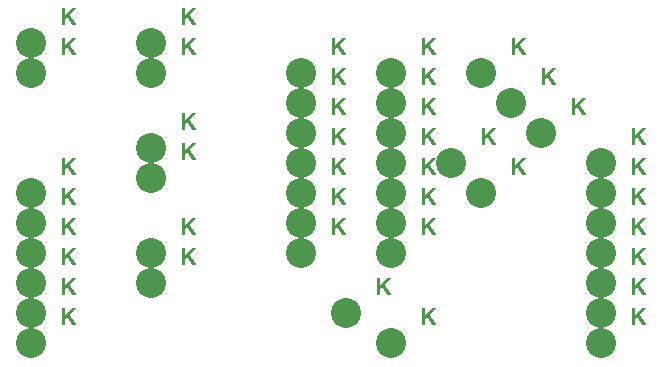
<source format=gbr>
G04 EasyPC Gerber Version 21.0.3 Build 4286 *
G04 #@! TF.Part,Single*
G04 #@! TF.FileFunction,Drillmap *
G04 #@! TF.FilePolarity,Positive *
%FSLAX35Y35*%
%MOIN*%
%ADD10C,0.00100*%
G04 #@! TA.AperFunction,WasherPad*
%ADD72C,0.10000*%
X0Y0D02*
D02*
D10*
X30644Y221316D02*
Y226441D01*
X31323*
Y223902*
X33870Y226441*
X34788*
X32640Y224363*
X34882Y221316*
X33987*
X32163Y223906*
X31323Y223093*
Y221316*
X30644*
Y221393D02*
X31323D01*
X33933D02*
X34825D01*
X30644Y221487D02*
X31323D01*
X33867D02*
X34756D01*
X30644Y221580D02*
X31323D01*
X33801D02*
X34687D01*
X30644Y221674D02*
X31323D01*
X33735D02*
X34618D01*
X30644Y221768D02*
X31323D01*
X33669D02*
X34549D01*
X30644Y221861D02*
X31323D01*
X33603D02*
X34480D01*
X30644Y221955D02*
X31323D01*
X33537D02*
X34411D01*
X30644Y222049D02*
X31323D01*
X33471D02*
X34343D01*
X30644Y222143D02*
X31323D01*
X33405D02*
X34274D01*
X30644Y222236D02*
X31323D01*
X33339D02*
X34205D01*
X30644Y222330D02*
X31323D01*
X33273D02*
X34135D01*
X30644Y222424D02*
X31323D01*
X33207D02*
X34067D01*
X30644Y222517D02*
X31323D01*
X33141D02*
X33998D01*
X30644Y222611D02*
X31323D01*
X33075D02*
X33929D01*
X30644Y222705D02*
X31323D01*
X33009D02*
X33860D01*
X30644Y222798D02*
X31323D01*
X32943D02*
X33791D01*
X30644Y222892D02*
X31323D01*
X32877D02*
X33722D01*
X30644Y222986D02*
X31323D01*
X32811D02*
X33653D01*
X30644Y223080D02*
X31323D01*
X32745D02*
X33584D01*
X30644Y223173D02*
X31406D01*
X32679D02*
X33515D01*
X30644Y223267D02*
X31503D01*
X32613D02*
X33446D01*
X30644Y223361D02*
X31600D01*
X32547D02*
X33377D01*
X30644Y223454D02*
X31697D01*
X32481D02*
X33308D01*
X30644Y223548D02*
X31794D01*
X32415D02*
X33239D01*
X30644Y223642D02*
X31891D01*
X32349D02*
X33170D01*
X30644Y223735D02*
X31987D01*
X32283D02*
X33101D01*
X30644Y223829D02*
X32084D01*
X32217D02*
X33032D01*
X30644Y223923D02*
X31323D01*
X31344D02*
X32963D01*
X30644Y224017D02*
X31323D01*
X31439D02*
X32894D01*
X30644Y224110D02*
X31323D01*
X31533D02*
X32826D01*
X30644Y224204D02*
X31323D01*
X31626D02*
X32757D01*
X30644Y224298D02*
X31323D01*
X31720D02*
X32687D01*
X30644Y224391D02*
X31323D01*
X31815D02*
X32669D01*
X30644Y224485D02*
X31323D01*
X31909D02*
X32767D01*
X30644Y224579D02*
X31323D01*
X32002D02*
X32863D01*
X30644Y224672D02*
X31323D01*
X32096D02*
X32960D01*
X30644Y224766D02*
X31323D01*
X32191D02*
X33057D01*
X30644Y224860D02*
X31323D01*
X32285D02*
X33154D01*
X30644Y224954D02*
X31323D01*
X32378D02*
X33251D01*
X30644Y225047D02*
X31323D01*
X32472D02*
X33348D01*
X30644Y225141D02*
X31323D01*
X32567D02*
X33444D01*
X30644Y225235D02*
X31323D01*
X32661D02*
X33541D01*
X30644Y225328D02*
X31323D01*
X32754D02*
X33638D01*
X30644Y225422D02*
X31323D01*
X32848D02*
X33735D01*
X30644Y225516D02*
X31323D01*
X32943D02*
X33832D01*
X30644Y225609D02*
X31323D01*
X33036D02*
X33929D01*
X30644Y225703D02*
X31323D01*
X33130D02*
X34026D01*
X30644Y225797D02*
X31323D01*
X33224D02*
X34123D01*
X30644Y225891D02*
X31323D01*
X33319D02*
X34220D01*
X30644Y225984D02*
X31323D01*
X33412D02*
X34317D01*
X30644Y226078D02*
X31323D01*
X33506D02*
X34413D01*
X30644Y226172D02*
X31323D01*
X33600D02*
X34510D01*
X30644Y226265D02*
X31323D01*
X33694D02*
X34607D01*
X30644Y226359D02*
X31323D01*
X33788D02*
X34704D01*
X30644Y231316D02*
Y236441D01*
X31323*
Y233902*
X33870Y236441*
X34788*
X32640Y234363*
X34882Y231316*
X33987*
X32163Y233906*
X31323Y233093*
Y231316*
X30644*
Y231393D02*
X31323D01*
X33933D02*
X34825D01*
X30644Y231487D02*
X31323D01*
X33867D02*
X34756D01*
X30644Y231580D02*
X31323D01*
X33801D02*
X34687D01*
X30644Y231674D02*
X31323D01*
X33735D02*
X34618D01*
X30644Y231768D02*
X31323D01*
X33669D02*
X34549D01*
X30644Y231861D02*
X31323D01*
X33603D02*
X34480D01*
X30644Y231955D02*
X31323D01*
X33537D02*
X34411D01*
X30644Y232049D02*
X31323D01*
X33471D02*
X34343D01*
X30644Y232143D02*
X31323D01*
X33405D02*
X34274D01*
X30644Y232236D02*
X31323D01*
X33339D02*
X34205D01*
X30644Y232330D02*
X31323D01*
X33273D02*
X34135D01*
X30644Y232424D02*
X31323D01*
X33207D02*
X34067D01*
X30644Y232517D02*
X31323D01*
X33141D02*
X33998D01*
X30644Y232611D02*
X31323D01*
X33075D02*
X33929D01*
X30644Y232705D02*
X31323D01*
X33009D02*
X33860D01*
X30644Y232798D02*
X31323D01*
X32943D02*
X33791D01*
X30644Y232892D02*
X31323D01*
X32877D02*
X33722D01*
X30644Y232986D02*
X31323D01*
X32811D02*
X33653D01*
X30644Y233080D02*
X31323D01*
X32745D02*
X33584D01*
X30644Y233173D02*
X31406D01*
X32679D02*
X33515D01*
X30644Y233267D02*
X31503D01*
X32613D02*
X33446D01*
X30644Y233361D02*
X31600D01*
X32547D02*
X33377D01*
X30644Y233454D02*
X31697D01*
X32481D02*
X33308D01*
X30644Y233548D02*
X31794D01*
X32415D02*
X33239D01*
X30644Y233642D02*
X31891D01*
X32349D02*
X33170D01*
X30644Y233735D02*
X31987D01*
X32283D02*
X33101D01*
X30644Y233829D02*
X32084D01*
X32217D02*
X33032D01*
X30644Y233923D02*
X31323D01*
X31344D02*
X32963D01*
X30644Y234017D02*
X31323D01*
X31439D02*
X32894D01*
X30644Y234110D02*
X31323D01*
X31533D02*
X32826D01*
X30644Y234204D02*
X31323D01*
X31626D02*
X32757D01*
X30644Y234298D02*
X31323D01*
X31720D02*
X32687D01*
X30644Y234391D02*
X31323D01*
X31815D02*
X32669D01*
X30644Y234485D02*
X31323D01*
X31909D02*
X32767D01*
X30644Y234579D02*
X31323D01*
X32002D02*
X32863D01*
X30644Y234672D02*
X31323D01*
X32096D02*
X32960D01*
X30644Y234766D02*
X31323D01*
X32191D02*
X33057D01*
X30644Y234860D02*
X31323D01*
X32285D02*
X33154D01*
X30644Y234954D02*
X31323D01*
X32378D02*
X33251D01*
X30644Y235047D02*
X31323D01*
X32472D02*
X33348D01*
X30644Y235141D02*
X31323D01*
X32567D02*
X33444D01*
X30644Y235235D02*
X31323D01*
X32661D02*
X33541D01*
X30644Y235328D02*
X31323D01*
X32754D02*
X33638D01*
X30644Y235422D02*
X31323D01*
X32848D02*
X33735D01*
X30644Y235516D02*
X31323D01*
X32943D02*
X33832D01*
X30644Y235609D02*
X31323D01*
X33036D02*
X33929D01*
X30644Y235703D02*
X31323D01*
X33130D02*
X34026D01*
X30644Y235797D02*
X31323D01*
X33224D02*
X34123D01*
X30644Y235891D02*
X31323D01*
X33319D02*
X34220D01*
X30644Y235984D02*
X31323D01*
X33412D02*
X34317D01*
X30644Y236078D02*
X31323D01*
X33506D02*
X34413D01*
X30644Y236172D02*
X31323D01*
X33600D02*
X34510D01*
X30644Y236265D02*
X31323D01*
X33694D02*
X34607D01*
X30644Y236359D02*
X31323D01*
X33788D02*
X34704D01*
X30644Y241316D02*
Y246441D01*
X31323*
Y243902*
X33870Y246441*
X34788*
X32640Y244363*
X34882Y241316*
X33987*
X32163Y243906*
X31323Y243093*
Y241316*
X30644*
Y241393D02*
X31323D01*
X33933D02*
X34825D01*
X30644Y241487D02*
X31323D01*
X33867D02*
X34756D01*
X30644Y241580D02*
X31323D01*
X33801D02*
X34687D01*
X30644Y241674D02*
X31323D01*
X33735D02*
X34618D01*
X30644Y241768D02*
X31323D01*
X33669D02*
X34549D01*
X30644Y241861D02*
X31323D01*
X33603D02*
X34480D01*
X30644Y241955D02*
X31323D01*
X33537D02*
X34411D01*
X30644Y242049D02*
X31323D01*
X33471D02*
X34343D01*
X30644Y242143D02*
X31323D01*
X33405D02*
X34274D01*
X30644Y242236D02*
X31323D01*
X33339D02*
X34205D01*
X30644Y242330D02*
X31323D01*
X33273D02*
X34135D01*
X30644Y242424D02*
X31323D01*
X33207D02*
X34067D01*
X30644Y242517D02*
X31323D01*
X33141D02*
X33998D01*
X30644Y242611D02*
X31323D01*
X33075D02*
X33929D01*
X30644Y242705D02*
X31323D01*
X33009D02*
X33860D01*
X30644Y242798D02*
X31323D01*
X32943D02*
X33791D01*
X30644Y242892D02*
X31323D01*
X32877D02*
X33722D01*
X30644Y242986D02*
X31323D01*
X32811D02*
X33653D01*
X30644Y243080D02*
X31323D01*
X32745D02*
X33584D01*
X30644Y243173D02*
X31406D01*
X32679D02*
X33515D01*
X30644Y243267D02*
X31503D01*
X32613D02*
X33446D01*
X30644Y243361D02*
X31600D01*
X32547D02*
X33377D01*
X30644Y243454D02*
X31697D01*
X32481D02*
X33308D01*
X30644Y243548D02*
X31794D01*
X32415D02*
X33239D01*
X30644Y243642D02*
X31891D01*
X32349D02*
X33170D01*
X30644Y243735D02*
X31987D01*
X32283D02*
X33101D01*
X30644Y243829D02*
X32084D01*
X32217D02*
X33032D01*
X30644Y243923D02*
X31323D01*
X31344D02*
X32963D01*
X30644Y244017D02*
X31323D01*
X31439D02*
X32894D01*
X30644Y244110D02*
X31323D01*
X31533D02*
X32826D01*
X30644Y244204D02*
X31323D01*
X31626D02*
X32757D01*
X30644Y244298D02*
X31323D01*
X31720D02*
X32687D01*
X30644Y244391D02*
X31323D01*
X31815D02*
X32669D01*
X30644Y244485D02*
X31323D01*
X31909D02*
X32767D01*
X30644Y244579D02*
X31323D01*
X32002D02*
X32863D01*
X30644Y244672D02*
X31323D01*
X32096D02*
X32960D01*
X30644Y244766D02*
X31323D01*
X32191D02*
X33057D01*
X30644Y244860D02*
X31323D01*
X32285D02*
X33154D01*
X30644Y244954D02*
X31323D01*
X32378D02*
X33251D01*
X30644Y245047D02*
X31323D01*
X32472D02*
X33348D01*
X30644Y245141D02*
X31323D01*
X32567D02*
X33444D01*
X30644Y245235D02*
X31323D01*
X32661D02*
X33541D01*
X30644Y245328D02*
X31323D01*
X32754D02*
X33638D01*
X30644Y245422D02*
X31323D01*
X32848D02*
X33735D01*
X30644Y245516D02*
X31323D01*
X32943D02*
X33832D01*
X30644Y245609D02*
X31323D01*
X33036D02*
X33929D01*
X30644Y245703D02*
X31323D01*
X33130D02*
X34026D01*
X30644Y245797D02*
X31323D01*
X33224D02*
X34123D01*
X30644Y245891D02*
X31323D01*
X33319D02*
X34220D01*
X30644Y245984D02*
X31323D01*
X33412D02*
X34317D01*
X30644Y246078D02*
X31323D01*
X33506D02*
X34413D01*
X30644Y246172D02*
X31323D01*
X33600D02*
X34510D01*
X30644Y246265D02*
X31323D01*
X33694D02*
X34607D01*
X30644Y246359D02*
X31323D01*
X33788D02*
X34704D01*
X30644Y251316D02*
Y256441D01*
X31323*
Y253902*
X33870Y256441*
X34788*
X32640Y254363*
X34882Y251316*
X33987*
X32163Y253906*
X31323Y253093*
Y251316*
X30644*
Y251393D02*
X31323D01*
X33933D02*
X34825D01*
X30644Y251487D02*
X31323D01*
X33867D02*
X34756D01*
X30644Y251580D02*
X31323D01*
X33801D02*
X34687D01*
X30644Y251674D02*
X31323D01*
X33735D02*
X34618D01*
X30644Y251768D02*
X31323D01*
X33669D02*
X34549D01*
X30644Y251861D02*
X31323D01*
X33603D02*
X34480D01*
X30644Y251955D02*
X31323D01*
X33537D02*
X34411D01*
X30644Y252049D02*
X31323D01*
X33471D02*
X34343D01*
X30644Y252143D02*
X31323D01*
X33405D02*
X34274D01*
X30644Y252236D02*
X31323D01*
X33339D02*
X34205D01*
X30644Y252330D02*
X31323D01*
X33273D02*
X34135D01*
X30644Y252424D02*
X31323D01*
X33207D02*
X34067D01*
X30644Y252517D02*
X31323D01*
X33141D02*
X33998D01*
X30644Y252611D02*
X31323D01*
X33075D02*
X33929D01*
X30644Y252705D02*
X31323D01*
X33009D02*
X33860D01*
X30644Y252798D02*
X31323D01*
X32943D02*
X33791D01*
X30644Y252892D02*
X31323D01*
X32877D02*
X33722D01*
X30644Y252986D02*
X31323D01*
X32811D02*
X33653D01*
X30644Y253080D02*
X31323D01*
X32745D02*
X33584D01*
X30644Y253173D02*
X31406D01*
X32679D02*
X33515D01*
X30644Y253267D02*
X31503D01*
X32613D02*
X33446D01*
X30644Y253361D02*
X31600D01*
X32547D02*
X33377D01*
X30644Y253454D02*
X31697D01*
X32481D02*
X33308D01*
X30644Y253548D02*
X31794D01*
X32415D02*
X33239D01*
X30644Y253642D02*
X31891D01*
X32349D02*
X33170D01*
X30644Y253735D02*
X31987D01*
X32283D02*
X33101D01*
X30644Y253829D02*
X32084D01*
X32217D02*
X33032D01*
X30644Y253923D02*
X31323D01*
X31344D02*
X32963D01*
X30644Y254017D02*
X31323D01*
X31439D02*
X32894D01*
X30644Y254110D02*
X31323D01*
X31533D02*
X32826D01*
X30644Y254204D02*
X31323D01*
X31626D02*
X32757D01*
X30644Y254298D02*
X31323D01*
X31720D02*
X32687D01*
X30644Y254391D02*
X31323D01*
X31815D02*
X32669D01*
X30644Y254485D02*
X31323D01*
X31909D02*
X32767D01*
X30644Y254579D02*
X31323D01*
X32002D02*
X32863D01*
X30644Y254672D02*
X31323D01*
X32096D02*
X32960D01*
X30644Y254766D02*
X31323D01*
X32191D02*
X33057D01*
X30644Y254860D02*
X31323D01*
X32285D02*
X33154D01*
X30644Y254954D02*
X31323D01*
X32378D02*
X33251D01*
X30644Y255047D02*
X31323D01*
X32472D02*
X33348D01*
X30644Y255141D02*
X31323D01*
X32567D02*
X33444D01*
X30644Y255235D02*
X31323D01*
X32661D02*
X33541D01*
X30644Y255328D02*
X31323D01*
X32754D02*
X33638D01*
X30644Y255422D02*
X31323D01*
X32848D02*
X33735D01*
X30644Y255516D02*
X31323D01*
X32943D02*
X33832D01*
X30644Y255609D02*
X31323D01*
X33036D02*
X33929D01*
X30644Y255703D02*
X31323D01*
X33130D02*
X34026D01*
X30644Y255797D02*
X31323D01*
X33224D02*
X34123D01*
X30644Y255891D02*
X31323D01*
X33319D02*
X34220D01*
X30644Y255984D02*
X31323D01*
X33412D02*
X34317D01*
X30644Y256078D02*
X31323D01*
X33506D02*
X34413D01*
X30644Y256172D02*
X31323D01*
X33600D02*
X34510D01*
X30644Y256265D02*
X31323D01*
X33694D02*
X34607D01*
X30644Y256359D02*
X31323D01*
X33788D02*
X34704D01*
X30644Y261316D02*
Y266441D01*
X31323*
Y263902*
X33870Y266441*
X34788*
X32640Y264363*
X34882Y261316*
X33987*
X32163Y263906*
X31323Y263093*
Y261316*
X30644*
Y261393D02*
X31323D01*
X33933D02*
X34825D01*
X30644Y261487D02*
X31323D01*
X33867D02*
X34756D01*
X30644Y261580D02*
X31323D01*
X33801D02*
X34687D01*
X30644Y261674D02*
X31323D01*
X33735D02*
X34618D01*
X30644Y261768D02*
X31323D01*
X33669D02*
X34549D01*
X30644Y261861D02*
X31323D01*
X33603D02*
X34480D01*
X30644Y261955D02*
X31323D01*
X33537D02*
X34411D01*
X30644Y262049D02*
X31323D01*
X33471D02*
X34343D01*
X30644Y262143D02*
X31323D01*
X33405D02*
X34274D01*
X30644Y262236D02*
X31323D01*
X33339D02*
X34205D01*
X30644Y262330D02*
X31323D01*
X33273D02*
X34135D01*
X30644Y262424D02*
X31323D01*
X33207D02*
X34067D01*
X30644Y262517D02*
X31323D01*
X33141D02*
X33998D01*
X30644Y262611D02*
X31323D01*
X33075D02*
X33929D01*
X30644Y262705D02*
X31323D01*
X33009D02*
X33860D01*
X30644Y262798D02*
X31323D01*
X32943D02*
X33791D01*
X30644Y262892D02*
X31323D01*
X32877D02*
X33722D01*
X30644Y262986D02*
X31323D01*
X32811D02*
X33653D01*
X30644Y263080D02*
X31323D01*
X32745D02*
X33584D01*
X30644Y263173D02*
X31406D01*
X32679D02*
X33515D01*
X30644Y263267D02*
X31503D01*
X32613D02*
X33446D01*
X30644Y263361D02*
X31600D01*
X32547D02*
X33377D01*
X30644Y263454D02*
X31697D01*
X32481D02*
X33308D01*
X30644Y263548D02*
X31794D01*
X32415D02*
X33239D01*
X30644Y263642D02*
X31891D01*
X32349D02*
X33170D01*
X30644Y263735D02*
X31987D01*
X32283D02*
X33101D01*
X30644Y263829D02*
X32084D01*
X32217D02*
X33032D01*
X30644Y263923D02*
X31323D01*
X31344D02*
X32963D01*
X30644Y264017D02*
X31323D01*
X31439D02*
X32894D01*
X30644Y264110D02*
X31323D01*
X31533D02*
X32826D01*
X30644Y264204D02*
X31323D01*
X31626D02*
X32757D01*
X30644Y264298D02*
X31323D01*
X31720D02*
X32687D01*
X30644Y264391D02*
X31323D01*
X31815D02*
X32669D01*
X30644Y264485D02*
X31323D01*
X31909D02*
X32767D01*
X30644Y264579D02*
X31323D01*
X32002D02*
X32863D01*
X30644Y264672D02*
X31323D01*
X32096D02*
X32960D01*
X30644Y264766D02*
X31323D01*
X32191D02*
X33057D01*
X30644Y264860D02*
X31323D01*
X32285D02*
X33154D01*
X30644Y264954D02*
X31323D01*
X32378D02*
X33251D01*
X30644Y265047D02*
X31323D01*
X32472D02*
X33348D01*
X30644Y265141D02*
X31323D01*
X32567D02*
X33444D01*
X30644Y265235D02*
X31323D01*
X32661D02*
X33541D01*
X30644Y265328D02*
X31323D01*
X32754D02*
X33638D01*
X30644Y265422D02*
X31323D01*
X32848D02*
X33735D01*
X30644Y265516D02*
X31323D01*
X32943D02*
X33832D01*
X30644Y265609D02*
X31323D01*
X33036D02*
X33929D01*
X30644Y265703D02*
X31323D01*
X33130D02*
X34026D01*
X30644Y265797D02*
X31323D01*
X33224D02*
X34123D01*
X30644Y265891D02*
X31323D01*
X33319D02*
X34220D01*
X30644Y265984D02*
X31323D01*
X33412D02*
X34317D01*
X30644Y266078D02*
X31323D01*
X33506D02*
X34413D01*
X30644Y266172D02*
X31323D01*
X33600D02*
X34510D01*
X30644Y266265D02*
X31323D01*
X33694D02*
X34607D01*
X30644Y266359D02*
X31323D01*
X33788D02*
X34704D01*
X30644Y271316D02*
Y276441D01*
X31323*
Y273902*
X33870Y276441*
X34788*
X32640Y274363*
X34882Y271316*
X33987*
X32163Y273906*
X31323Y273093*
Y271316*
X30644*
Y271393D02*
X31323D01*
X33933D02*
X34825D01*
X30644Y271487D02*
X31323D01*
X33867D02*
X34756D01*
X30644Y271580D02*
X31323D01*
X33801D02*
X34687D01*
X30644Y271674D02*
X31323D01*
X33735D02*
X34618D01*
X30644Y271768D02*
X31323D01*
X33669D02*
X34549D01*
X30644Y271861D02*
X31323D01*
X33603D02*
X34480D01*
X30644Y271955D02*
X31323D01*
X33537D02*
X34411D01*
X30644Y272049D02*
X31323D01*
X33471D02*
X34343D01*
X30644Y272143D02*
X31323D01*
X33405D02*
X34274D01*
X30644Y272236D02*
X31323D01*
X33339D02*
X34205D01*
X30644Y272330D02*
X31323D01*
X33273D02*
X34135D01*
X30644Y272424D02*
X31323D01*
X33207D02*
X34067D01*
X30644Y272517D02*
X31323D01*
X33141D02*
X33998D01*
X30644Y272611D02*
X31323D01*
X33075D02*
X33929D01*
X30644Y272705D02*
X31323D01*
X33009D02*
X33860D01*
X30644Y272798D02*
X31323D01*
X32943D02*
X33791D01*
X30644Y272892D02*
X31323D01*
X32877D02*
X33722D01*
X30644Y272986D02*
X31323D01*
X32811D02*
X33653D01*
X30644Y273080D02*
X31323D01*
X32745D02*
X33584D01*
X30644Y273173D02*
X31406D01*
X32679D02*
X33515D01*
X30644Y273267D02*
X31503D01*
X32613D02*
X33446D01*
X30644Y273361D02*
X31600D01*
X32547D02*
X33377D01*
X30644Y273454D02*
X31697D01*
X32481D02*
X33308D01*
X30644Y273548D02*
X31794D01*
X32415D02*
X33239D01*
X30644Y273642D02*
X31891D01*
X32349D02*
X33170D01*
X30644Y273735D02*
X31987D01*
X32283D02*
X33101D01*
X30644Y273829D02*
X32084D01*
X32217D02*
X33032D01*
X30644Y273923D02*
X31323D01*
X31344D02*
X32963D01*
X30644Y274017D02*
X31323D01*
X31439D02*
X32894D01*
X30644Y274110D02*
X31323D01*
X31533D02*
X32826D01*
X30644Y274204D02*
X31323D01*
X31626D02*
X32757D01*
X30644Y274298D02*
X31323D01*
X31720D02*
X32687D01*
X30644Y274391D02*
X31323D01*
X31815D02*
X32669D01*
X30644Y274485D02*
X31323D01*
X31909D02*
X32767D01*
X30644Y274579D02*
X31323D01*
X32002D02*
X32863D01*
X30644Y274672D02*
X31323D01*
X32096D02*
X32960D01*
X30644Y274766D02*
X31323D01*
X32191D02*
X33057D01*
X30644Y274860D02*
X31323D01*
X32285D02*
X33154D01*
X30644Y274954D02*
X31323D01*
X32378D02*
X33251D01*
X30644Y275047D02*
X31323D01*
X32472D02*
X33348D01*
X30644Y275141D02*
X31323D01*
X32567D02*
X33444D01*
X30644Y275235D02*
X31323D01*
X32661D02*
X33541D01*
X30644Y275328D02*
X31323D01*
X32754D02*
X33638D01*
X30644Y275422D02*
X31323D01*
X32848D02*
X33735D01*
X30644Y275516D02*
X31323D01*
X32943D02*
X33832D01*
X30644Y275609D02*
X31323D01*
X33036D02*
X33929D01*
X30644Y275703D02*
X31323D01*
X33130D02*
X34026D01*
X30644Y275797D02*
X31323D01*
X33224D02*
X34123D01*
X30644Y275891D02*
X31323D01*
X33319D02*
X34220D01*
X30644Y275984D02*
X31323D01*
X33412D02*
X34317D01*
X30644Y276078D02*
X31323D01*
X33506D02*
X34413D01*
X30644Y276172D02*
X31323D01*
X33600D02*
X34510D01*
X30644Y276265D02*
X31323D01*
X33694D02*
X34607D01*
X30644Y276359D02*
X31323D01*
X33788D02*
X34704D01*
X30644Y311316D02*
Y316441D01*
X31323*
Y313902*
X33870Y316441*
X34788*
X32640Y314363*
X34882Y311316*
X33987*
X32163Y313906*
X31323Y313093*
Y311316*
X30644*
Y311393D02*
X31323D01*
X33933D02*
X34825D01*
X30644Y311487D02*
X31323D01*
X33867D02*
X34756D01*
X30644Y311580D02*
X31323D01*
X33801D02*
X34687D01*
X30644Y311674D02*
X31323D01*
X33735D02*
X34618D01*
X30644Y311768D02*
X31323D01*
X33669D02*
X34549D01*
X30644Y311861D02*
X31323D01*
X33603D02*
X34480D01*
X30644Y311955D02*
X31323D01*
X33537D02*
X34411D01*
X30644Y312049D02*
X31323D01*
X33471D02*
X34343D01*
X30644Y312143D02*
X31323D01*
X33405D02*
X34274D01*
X30644Y312236D02*
X31323D01*
X33339D02*
X34205D01*
X30644Y312330D02*
X31323D01*
X33273D02*
X34135D01*
X30644Y312424D02*
X31323D01*
X33207D02*
X34067D01*
X30644Y312517D02*
X31323D01*
X33141D02*
X33998D01*
X30644Y312611D02*
X31323D01*
X33075D02*
X33929D01*
X30644Y312705D02*
X31323D01*
X33009D02*
X33860D01*
X30644Y312798D02*
X31323D01*
X32943D02*
X33791D01*
X30644Y312892D02*
X31323D01*
X32877D02*
X33722D01*
X30644Y312986D02*
X31323D01*
X32811D02*
X33653D01*
X30644Y313080D02*
X31323D01*
X32745D02*
X33584D01*
X30644Y313173D02*
X31406D01*
X32679D02*
X33515D01*
X30644Y313267D02*
X31503D01*
X32613D02*
X33446D01*
X30644Y313361D02*
X31600D01*
X32547D02*
X33377D01*
X30644Y313454D02*
X31697D01*
X32481D02*
X33308D01*
X30644Y313548D02*
X31794D01*
X32415D02*
X33239D01*
X30644Y313642D02*
X31891D01*
X32349D02*
X33170D01*
X30644Y313735D02*
X31987D01*
X32283D02*
X33101D01*
X30644Y313829D02*
X32084D01*
X32217D02*
X33032D01*
X30644Y313923D02*
X31323D01*
X31344D02*
X32963D01*
X30644Y314017D02*
X31323D01*
X31439D02*
X32894D01*
X30644Y314110D02*
X31323D01*
X31533D02*
X32826D01*
X30644Y314204D02*
X31323D01*
X31626D02*
X32757D01*
X30644Y314298D02*
X31323D01*
X31720D02*
X32687D01*
X30644Y314391D02*
X31323D01*
X31815D02*
X32669D01*
X30644Y314485D02*
X31323D01*
X31909D02*
X32767D01*
X30644Y314579D02*
X31323D01*
X32002D02*
X32863D01*
X30644Y314672D02*
X31323D01*
X32096D02*
X32960D01*
X30644Y314766D02*
X31323D01*
X32191D02*
X33057D01*
X30644Y314860D02*
X31323D01*
X32285D02*
X33154D01*
X30644Y314954D02*
X31323D01*
X32378D02*
X33251D01*
X30644Y315047D02*
X31323D01*
X32472D02*
X33348D01*
X30644Y315141D02*
X31323D01*
X32567D02*
X33444D01*
X30644Y315235D02*
X31323D01*
X32661D02*
X33541D01*
X30644Y315328D02*
X31323D01*
X32754D02*
X33638D01*
X30644Y315422D02*
X31323D01*
X32848D02*
X33735D01*
X30644Y315516D02*
X31323D01*
X32943D02*
X33832D01*
X30644Y315609D02*
X31323D01*
X33036D02*
X33929D01*
X30644Y315703D02*
X31323D01*
X33130D02*
X34026D01*
X30644Y315797D02*
X31323D01*
X33224D02*
X34123D01*
X30644Y315891D02*
X31323D01*
X33319D02*
X34220D01*
X30644Y315984D02*
X31323D01*
X33412D02*
X34317D01*
X30644Y316078D02*
X31323D01*
X33506D02*
X34413D01*
X30644Y316172D02*
X31323D01*
X33600D02*
X34510D01*
X30644Y316265D02*
X31323D01*
X33694D02*
X34607D01*
X30644Y316359D02*
X31323D01*
X33788D02*
X34704D01*
X30644Y321316D02*
Y326441D01*
X31323*
Y323902*
X33870Y326441*
X34788*
X32640Y324363*
X34882Y321316*
X33987*
X32163Y323906*
X31323Y323093*
Y321316*
X30644*
Y321393D02*
X31323D01*
X33933D02*
X34825D01*
X30644Y321487D02*
X31323D01*
X33867D02*
X34756D01*
X30644Y321580D02*
X31323D01*
X33801D02*
X34687D01*
X30644Y321674D02*
X31323D01*
X33735D02*
X34618D01*
X30644Y321768D02*
X31323D01*
X33669D02*
X34549D01*
X30644Y321861D02*
X31323D01*
X33603D02*
X34480D01*
X30644Y321955D02*
X31323D01*
X33537D02*
X34411D01*
X30644Y322049D02*
X31323D01*
X33471D02*
X34343D01*
X30644Y322143D02*
X31323D01*
X33405D02*
X34274D01*
X30644Y322236D02*
X31323D01*
X33339D02*
X34205D01*
X30644Y322330D02*
X31323D01*
X33273D02*
X34135D01*
X30644Y322424D02*
X31323D01*
X33207D02*
X34067D01*
X30644Y322517D02*
X31323D01*
X33141D02*
X33998D01*
X30644Y322611D02*
X31323D01*
X33075D02*
X33929D01*
X30644Y322705D02*
X31323D01*
X33009D02*
X33860D01*
X30644Y322798D02*
X31323D01*
X32943D02*
X33791D01*
X30644Y322892D02*
X31323D01*
X32877D02*
X33722D01*
X30644Y322986D02*
X31323D01*
X32811D02*
X33653D01*
X30644Y323080D02*
X31323D01*
X32745D02*
X33584D01*
X30644Y323173D02*
X31406D01*
X32679D02*
X33515D01*
X30644Y323267D02*
X31503D01*
X32613D02*
X33446D01*
X30644Y323361D02*
X31600D01*
X32547D02*
X33377D01*
X30644Y323454D02*
X31697D01*
X32481D02*
X33308D01*
X30644Y323548D02*
X31794D01*
X32415D02*
X33239D01*
X30644Y323642D02*
X31891D01*
X32349D02*
X33170D01*
X30644Y323735D02*
X31987D01*
X32283D02*
X33101D01*
X30644Y323829D02*
X32084D01*
X32217D02*
X33032D01*
X30644Y323923D02*
X31323D01*
X31344D02*
X32963D01*
X30644Y324017D02*
X31323D01*
X31439D02*
X32894D01*
X30644Y324110D02*
X31323D01*
X31533D02*
X32826D01*
X30644Y324204D02*
X31323D01*
X31626D02*
X32757D01*
X30644Y324298D02*
X31323D01*
X31720D02*
X32687D01*
X30644Y324391D02*
X31323D01*
X31815D02*
X32669D01*
X30644Y324485D02*
X31323D01*
X31909D02*
X32767D01*
X30644Y324579D02*
X31323D01*
X32002D02*
X32863D01*
X30644Y324672D02*
X31323D01*
X32096D02*
X32960D01*
X30644Y324766D02*
X31323D01*
X32191D02*
X33057D01*
X30644Y324860D02*
X31323D01*
X32285D02*
X33154D01*
X30644Y324954D02*
X31323D01*
X32378D02*
X33251D01*
X30644Y325047D02*
X31323D01*
X32472D02*
X33348D01*
X30644Y325141D02*
X31323D01*
X32567D02*
X33444D01*
X30644Y325235D02*
X31323D01*
X32661D02*
X33541D01*
X30644Y325328D02*
X31323D01*
X32754D02*
X33638D01*
X30644Y325422D02*
X31323D01*
X32848D02*
X33735D01*
X30644Y325516D02*
X31323D01*
X32943D02*
X33832D01*
X30644Y325609D02*
X31323D01*
X33036D02*
X33929D01*
X30644Y325703D02*
X31323D01*
X33130D02*
X34026D01*
X30644Y325797D02*
X31323D01*
X33224D02*
X34123D01*
X30644Y325891D02*
X31323D01*
X33319D02*
X34220D01*
X30644Y325984D02*
X31323D01*
X33412D02*
X34317D01*
X30644Y326078D02*
X31323D01*
X33506D02*
X34413D01*
X30644Y326172D02*
X31323D01*
X33600D02*
X34510D01*
X30644Y326265D02*
X31323D01*
X33694D02*
X34607D01*
X30644Y326359D02*
X31323D01*
X33788D02*
X34704D01*
X70644Y241316D02*
Y246441D01*
X71323*
Y243902*
X73870Y246441*
X74788*
X72640Y244363*
X74882Y241316*
X73987*
X72163Y243906*
X71323Y243093*
Y241316*
X70644*
Y241393D02*
X71323D01*
X73933D02*
X74825D01*
X70644Y241487D02*
X71323D01*
X73867D02*
X74756D01*
X70644Y241580D02*
X71323D01*
X73801D02*
X74687D01*
X70644Y241674D02*
X71323D01*
X73735D02*
X74618D01*
X70644Y241768D02*
X71323D01*
X73669D02*
X74549D01*
X70644Y241861D02*
X71323D01*
X73603D02*
X74480D01*
X70644Y241955D02*
X71323D01*
X73537D02*
X74411D01*
X70644Y242049D02*
X71323D01*
X73471D02*
X74343D01*
X70644Y242143D02*
X71323D01*
X73405D02*
X74274D01*
X70644Y242236D02*
X71323D01*
X73339D02*
X74205D01*
X70644Y242330D02*
X71323D01*
X73273D02*
X74135D01*
X70644Y242424D02*
X71323D01*
X73207D02*
X74067D01*
X70644Y242517D02*
X71323D01*
X73141D02*
X73998D01*
X70644Y242611D02*
X71323D01*
X73075D02*
X73929D01*
X70644Y242705D02*
X71323D01*
X73009D02*
X73860D01*
X70644Y242798D02*
X71323D01*
X72943D02*
X73791D01*
X70644Y242892D02*
X71323D01*
X72877D02*
X73722D01*
X70644Y242986D02*
X71323D01*
X72811D02*
X73653D01*
X70644Y243080D02*
X71323D01*
X72745D02*
X73584D01*
X70644Y243173D02*
X71406D01*
X72679D02*
X73515D01*
X70644Y243267D02*
X71503D01*
X72613D02*
X73446D01*
X70644Y243361D02*
X71600D01*
X72547D02*
X73377D01*
X70644Y243454D02*
X71697D01*
X72481D02*
X73308D01*
X70644Y243548D02*
X71794D01*
X72415D02*
X73239D01*
X70644Y243642D02*
X71891D01*
X72349D02*
X73170D01*
X70644Y243735D02*
X71987D01*
X72283D02*
X73101D01*
X70644Y243829D02*
X72084D01*
X72217D02*
X73032D01*
X70644Y243923D02*
X71323D01*
X71344D02*
X72963D01*
X70644Y244017D02*
X71323D01*
X71439D02*
X72894D01*
X70644Y244110D02*
X71323D01*
X71533D02*
X72826D01*
X70644Y244204D02*
X71323D01*
X71626D02*
X72757D01*
X70644Y244298D02*
X71323D01*
X71720D02*
X72687D01*
X70644Y244391D02*
X71323D01*
X71815D02*
X72669D01*
X70644Y244485D02*
X71323D01*
X71909D02*
X72767D01*
X70644Y244579D02*
X71323D01*
X72002D02*
X72863D01*
X70644Y244672D02*
X71323D01*
X72096D02*
X72960D01*
X70644Y244766D02*
X71323D01*
X72191D02*
X73057D01*
X70644Y244860D02*
X71323D01*
X72285D02*
X73154D01*
X70644Y244954D02*
X71323D01*
X72378D02*
X73251D01*
X70644Y245047D02*
X71323D01*
X72472D02*
X73348D01*
X70644Y245141D02*
X71323D01*
X72567D02*
X73444D01*
X70644Y245235D02*
X71323D01*
X72661D02*
X73541D01*
X70644Y245328D02*
X71323D01*
X72754D02*
X73638D01*
X70644Y245422D02*
X71323D01*
X72848D02*
X73735D01*
X70644Y245516D02*
X71323D01*
X72943D02*
X73832D01*
X70644Y245609D02*
X71323D01*
X73036D02*
X73929D01*
X70644Y245703D02*
X71323D01*
X73130D02*
X74026D01*
X70644Y245797D02*
X71323D01*
X73224D02*
X74123D01*
X70644Y245891D02*
X71323D01*
X73319D02*
X74220D01*
X70644Y245984D02*
X71323D01*
X73412D02*
X74317D01*
X70644Y246078D02*
X71323D01*
X73506D02*
X74413D01*
X70644Y246172D02*
X71323D01*
X73600D02*
X74510D01*
X70644Y246265D02*
X71323D01*
X73694D02*
X74607D01*
X70644Y246359D02*
X71323D01*
X73788D02*
X74704D01*
X70644Y251316D02*
Y256441D01*
X71323*
Y253902*
X73870Y256441*
X74788*
X72640Y254363*
X74882Y251316*
X73987*
X72163Y253906*
X71323Y253093*
Y251316*
X70644*
Y251393D02*
X71323D01*
X73933D02*
X74825D01*
X70644Y251487D02*
X71323D01*
X73867D02*
X74756D01*
X70644Y251580D02*
X71323D01*
X73801D02*
X74687D01*
X70644Y251674D02*
X71323D01*
X73735D02*
X74618D01*
X70644Y251768D02*
X71323D01*
X73669D02*
X74549D01*
X70644Y251861D02*
X71323D01*
X73603D02*
X74480D01*
X70644Y251955D02*
X71323D01*
X73537D02*
X74411D01*
X70644Y252049D02*
X71323D01*
X73471D02*
X74343D01*
X70644Y252143D02*
X71323D01*
X73405D02*
X74274D01*
X70644Y252236D02*
X71323D01*
X73339D02*
X74205D01*
X70644Y252330D02*
X71323D01*
X73273D02*
X74135D01*
X70644Y252424D02*
X71323D01*
X73207D02*
X74067D01*
X70644Y252517D02*
X71323D01*
X73141D02*
X73998D01*
X70644Y252611D02*
X71323D01*
X73075D02*
X73929D01*
X70644Y252705D02*
X71323D01*
X73009D02*
X73860D01*
X70644Y252798D02*
X71323D01*
X72943D02*
X73791D01*
X70644Y252892D02*
X71323D01*
X72877D02*
X73722D01*
X70644Y252986D02*
X71323D01*
X72811D02*
X73653D01*
X70644Y253080D02*
X71323D01*
X72745D02*
X73584D01*
X70644Y253173D02*
X71406D01*
X72679D02*
X73515D01*
X70644Y253267D02*
X71503D01*
X72613D02*
X73446D01*
X70644Y253361D02*
X71600D01*
X72547D02*
X73377D01*
X70644Y253454D02*
X71697D01*
X72481D02*
X73308D01*
X70644Y253548D02*
X71794D01*
X72415D02*
X73239D01*
X70644Y253642D02*
X71891D01*
X72349D02*
X73170D01*
X70644Y253735D02*
X71987D01*
X72283D02*
X73101D01*
X70644Y253829D02*
X72084D01*
X72217D02*
X73032D01*
X70644Y253923D02*
X71323D01*
X71344D02*
X72963D01*
X70644Y254017D02*
X71323D01*
X71439D02*
X72894D01*
X70644Y254110D02*
X71323D01*
X71533D02*
X72826D01*
X70644Y254204D02*
X71323D01*
X71626D02*
X72757D01*
X70644Y254298D02*
X71323D01*
X71720D02*
X72687D01*
X70644Y254391D02*
X71323D01*
X71815D02*
X72669D01*
X70644Y254485D02*
X71323D01*
X71909D02*
X72767D01*
X70644Y254579D02*
X71323D01*
X72002D02*
X72863D01*
X70644Y254672D02*
X71323D01*
X72096D02*
X72960D01*
X70644Y254766D02*
X71323D01*
X72191D02*
X73057D01*
X70644Y254860D02*
X71323D01*
X72285D02*
X73154D01*
X70644Y254954D02*
X71323D01*
X72378D02*
X73251D01*
X70644Y255047D02*
X71323D01*
X72472D02*
X73348D01*
X70644Y255141D02*
X71323D01*
X72567D02*
X73444D01*
X70644Y255235D02*
X71323D01*
X72661D02*
X73541D01*
X70644Y255328D02*
X71323D01*
X72754D02*
X73638D01*
X70644Y255422D02*
X71323D01*
X72848D02*
X73735D01*
X70644Y255516D02*
X71323D01*
X72943D02*
X73832D01*
X70644Y255609D02*
X71323D01*
X73036D02*
X73929D01*
X70644Y255703D02*
X71323D01*
X73130D02*
X74026D01*
X70644Y255797D02*
X71323D01*
X73224D02*
X74123D01*
X70644Y255891D02*
X71323D01*
X73319D02*
X74220D01*
X70644Y255984D02*
X71323D01*
X73412D02*
X74317D01*
X70644Y256078D02*
X71323D01*
X73506D02*
X74413D01*
X70644Y256172D02*
X71323D01*
X73600D02*
X74510D01*
X70644Y256265D02*
X71323D01*
X73694D02*
X74607D01*
X70644Y256359D02*
X71323D01*
X73788D02*
X74704D01*
X70644Y276316D02*
Y281441D01*
X71323*
Y278902*
X73870Y281441*
X74788*
X72640Y279363*
X74882Y276316*
X73987*
X72163Y278906*
X71323Y278093*
Y276316*
X70644*
Y276393D02*
X71323D01*
X73933D02*
X74825D01*
X70644Y276487D02*
X71323D01*
X73867D02*
X74756D01*
X70644Y276580D02*
X71323D01*
X73801D02*
X74687D01*
X70644Y276674D02*
X71323D01*
X73735D02*
X74618D01*
X70644Y276768D02*
X71323D01*
X73669D02*
X74549D01*
X70644Y276861D02*
X71323D01*
X73603D02*
X74480D01*
X70644Y276955D02*
X71323D01*
X73537D02*
X74411D01*
X70644Y277049D02*
X71323D01*
X73471D02*
X74343D01*
X70644Y277143D02*
X71323D01*
X73405D02*
X74274D01*
X70644Y277236D02*
X71323D01*
X73339D02*
X74205D01*
X70644Y277330D02*
X71323D01*
X73273D02*
X74135D01*
X70644Y277424D02*
X71323D01*
X73207D02*
X74067D01*
X70644Y277517D02*
X71323D01*
X73141D02*
X73998D01*
X70644Y277611D02*
X71323D01*
X73075D02*
X73929D01*
X70644Y277705D02*
X71323D01*
X73009D02*
X73860D01*
X70644Y277798D02*
X71323D01*
X72943D02*
X73791D01*
X70644Y277892D02*
X71323D01*
X72877D02*
X73722D01*
X70644Y277986D02*
X71323D01*
X72811D02*
X73653D01*
X70644Y278080D02*
X71323D01*
X72745D02*
X73584D01*
X70644Y278173D02*
X71406D01*
X72679D02*
X73515D01*
X70644Y278267D02*
X71503D01*
X72613D02*
X73446D01*
X70644Y278361D02*
X71600D01*
X72547D02*
X73377D01*
X70644Y278454D02*
X71697D01*
X72481D02*
X73308D01*
X70644Y278548D02*
X71794D01*
X72415D02*
X73239D01*
X70644Y278642D02*
X71891D01*
X72349D02*
X73170D01*
X70644Y278735D02*
X71987D01*
X72283D02*
X73101D01*
X70644Y278829D02*
X72084D01*
X72217D02*
X73032D01*
X70644Y278923D02*
X71323D01*
X71344D02*
X72963D01*
X70644Y279017D02*
X71323D01*
X71439D02*
X72894D01*
X70644Y279110D02*
X71323D01*
X71533D02*
X72826D01*
X70644Y279204D02*
X71323D01*
X71626D02*
X72757D01*
X70644Y279298D02*
X71323D01*
X71720D02*
X72687D01*
X70644Y279391D02*
X71323D01*
X71815D02*
X72669D01*
X70644Y279485D02*
X71323D01*
X71909D02*
X72767D01*
X70644Y279579D02*
X71323D01*
X72002D02*
X72863D01*
X70644Y279672D02*
X71323D01*
X72096D02*
X72960D01*
X70644Y279766D02*
X71323D01*
X72191D02*
X73057D01*
X70644Y279860D02*
X71323D01*
X72285D02*
X73154D01*
X70644Y279954D02*
X71323D01*
X72378D02*
X73251D01*
X70644Y280047D02*
X71323D01*
X72472D02*
X73348D01*
X70644Y280141D02*
X71323D01*
X72567D02*
X73444D01*
X70644Y280235D02*
X71323D01*
X72661D02*
X73541D01*
X70644Y280328D02*
X71323D01*
X72754D02*
X73638D01*
X70644Y280422D02*
X71323D01*
X72848D02*
X73735D01*
X70644Y280516D02*
X71323D01*
X72943D02*
X73832D01*
X70644Y280609D02*
X71323D01*
X73036D02*
X73929D01*
X70644Y280703D02*
X71323D01*
X73130D02*
X74026D01*
X70644Y280797D02*
X71323D01*
X73224D02*
X74123D01*
X70644Y280891D02*
X71323D01*
X73319D02*
X74220D01*
X70644Y280984D02*
X71323D01*
X73412D02*
X74317D01*
X70644Y281078D02*
X71323D01*
X73506D02*
X74413D01*
X70644Y281172D02*
X71323D01*
X73600D02*
X74510D01*
X70644Y281265D02*
X71323D01*
X73694D02*
X74607D01*
X70644Y281359D02*
X71323D01*
X73788D02*
X74704D01*
X70644Y286316D02*
Y291441D01*
X71323*
Y288902*
X73870Y291441*
X74788*
X72640Y289363*
X74882Y286316*
X73987*
X72163Y288906*
X71323Y288093*
Y286316*
X70644*
Y286393D02*
X71323D01*
X73933D02*
X74825D01*
X70644Y286487D02*
X71323D01*
X73867D02*
X74756D01*
X70644Y286580D02*
X71323D01*
X73801D02*
X74687D01*
X70644Y286674D02*
X71323D01*
X73735D02*
X74618D01*
X70644Y286768D02*
X71323D01*
X73669D02*
X74549D01*
X70644Y286861D02*
X71323D01*
X73603D02*
X74480D01*
X70644Y286955D02*
X71323D01*
X73537D02*
X74411D01*
X70644Y287049D02*
X71323D01*
X73471D02*
X74343D01*
X70644Y287143D02*
X71323D01*
X73405D02*
X74274D01*
X70644Y287236D02*
X71323D01*
X73339D02*
X74205D01*
X70644Y287330D02*
X71323D01*
X73273D02*
X74135D01*
X70644Y287424D02*
X71323D01*
X73207D02*
X74067D01*
X70644Y287517D02*
X71323D01*
X73141D02*
X73998D01*
X70644Y287611D02*
X71323D01*
X73075D02*
X73929D01*
X70644Y287705D02*
X71323D01*
X73009D02*
X73860D01*
X70644Y287798D02*
X71323D01*
X72943D02*
X73791D01*
X70644Y287892D02*
X71323D01*
X72877D02*
X73722D01*
X70644Y287986D02*
X71323D01*
X72811D02*
X73653D01*
X70644Y288080D02*
X71323D01*
X72745D02*
X73584D01*
X70644Y288173D02*
X71406D01*
X72679D02*
X73515D01*
X70644Y288267D02*
X71503D01*
X72613D02*
X73446D01*
X70644Y288361D02*
X71600D01*
X72547D02*
X73377D01*
X70644Y288454D02*
X71697D01*
X72481D02*
X73308D01*
X70644Y288548D02*
X71794D01*
X72415D02*
X73239D01*
X70644Y288642D02*
X71891D01*
X72349D02*
X73170D01*
X70644Y288735D02*
X71987D01*
X72283D02*
X73101D01*
X70644Y288829D02*
X72084D01*
X72217D02*
X73032D01*
X70644Y288923D02*
X71323D01*
X71344D02*
X72963D01*
X70644Y289017D02*
X71323D01*
X71439D02*
X72894D01*
X70644Y289110D02*
X71323D01*
X71533D02*
X72826D01*
X70644Y289204D02*
X71323D01*
X71626D02*
X72757D01*
X70644Y289298D02*
X71323D01*
X71720D02*
X72687D01*
X70644Y289391D02*
X71323D01*
X71815D02*
X72669D01*
X70644Y289485D02*
X71323D01*
X71909D02*
X72767D01*
X70644Y289579D02*
X71323D01*
X72002D02*
X72863D01*
X70644Y289672D02*
X71323D01*
X72096D02*
X72960D01*
X70644Y289766D02*
X71323D01*
X72191D02*
X73057D01*
X70644Y289860D02*
X71323D01*
X72285D02*
X73154D01*
X70644Y289954D02*
X71323D01*
X72378D02*
X73251D01*
X70644Y290047D02*
X71323D01*
X72472D02*
X73348D01*
X70644Y290141D02*
X71323D01*
X72567D02*
X73444D01*
X70644Y290235D02*
X71323D01*
X72661D02*
X73541D01*
X70644Y290328D02*
X71323D01*
X72754D02*
X73638D01*
X70644Y290422D02*
X71323D01*
X72848D02*
X73735D01*
X70644Y290516D02*
X71323D01*
X72943D02*
X73832D01*
X70644Y290609D02*
X71323D01*
X73036D02*
X73929D01*
X70644Y290703D02*
X71323D01*
X73130D02*
X74026D01*
X70644Y290797D02*
X71323D01*
X73224D02*
X74123D01*
X70644Y290891D02*
X71323D01*
X73319D02*
X74220D01*
X70644Y290984D02*
X71323D01*
X73412D02*
X74317D01*
X70644Y291078D02*
X71323D01*
X73506D02*
X74413D01*
X70644Y291172D02*
X71323D01*
X73600D02*
X74510D01*
X70644Y291265D02*
X71323D01*
X73694D02*
X74607D01*
X70644Y291359D02*
X71323D01*
X73788D02*
X74704D01*
X70644Y311316D02*
Y316441D01*
X71323*
Y313902*
X73870Y316441*
X74788*
X72640Y314363*
X74882Y311316*
X73987*
X72163Y313906*
X71323Y313093*
Y311316*
X70644*
Y311393D02*
X71323D01*
X73933D02*
X74825D01*
X70644Y311487D02*
X71323D01*
X73867D02*
X74756D01*
X70644Y311580D02*
X71323D01*
X73801D02*
X74687D01*
X70644Y311674D02*
X71323D01*
X73735D02*
X74618D01*
X70644Y311768D02*
X71323D01*
X73669D02*
X74549D01*
X70644Y311861D02*
X71323D01*
X73603D02*
X74480D01*
X70644Y311955D02*
X71323D01*
X73537D02*
X74411D01*
X70644Y312049D02*
X71323D01*
X73471D02*
X74343D01*
X70644Y312143D02*
X71323D01*
X73405D02*
X74274D01*
X70644Y312236D02*
X71323D01*
X73339D02*
X74205D01*
X70644Y312330D02*
X71323D01*
X73273D02*
X74135D01*
X70644Y312424D02*
X71323D01*
X73207D02*
X74067D01*
X70644Y312517D02*
X71323D01*
X73141D02*
X73998D01*
X70644Y312611D02*
X71323D01*
X73075D02*
X73929D01*
X70644Y312705D02*
X71323D01*
X73009D02*
X73860D01*
X70644Y312798D02*
X71323D01*
X72943D02*
X73791D01*
X70644Y312892D02*
X71323D01*
X72877D02*
X73722D01*
X70644Y312986D02*
X71323D01*
X72811D02*
X73653D01*
X70644Y313080D02*
X71323D01*
X72745D02*
X73584D01*
X70644Y313173D02*
X71406D01*
X72679D02*
X73515D01*
X70644Y313267D02*
X71503D01*
X72613D02*
X73446D01*
X70644Y313361D02*
X71600D01*
X72547D02*
X73377D01*
X70644Y313454D02*
X71697D01*
X72481D02*
X73308D01*
X70644Y313548D02*
X71794D01*
X72415D02*
X73239D01*
X70644Y313642D02*
X71891D01*
X72349D02*
X73170D01*
X70644Y313735D02*
X71987D01*
X72283D02*
X73101D01*
X70644Y313829D02*
X72084D01*
X72217D02*
X73032D01*
X70644Y313923D02*
X71323D01*
X71344D02*
X72963D01*
X70644Y314017D02*
X71323D01*
X71439D02*
X72894D01*
X70644Y314110D02*
X71323D01*
X71533D02*
X72826D01*
X70644Y314204D02*
X71323D01*
X71626D02*
X72757D01*
X70644Y314298D02*
X71323D01*
X71720D02*
X72687D01*
X70644Y314391D02*
X71323D01*
X71815D02*
X72669D01*
X70644Y314485D02*
X71323D01*
X71909D02*
X72767D01*
X70644Y314579D02*
X71323D01*
X72002D02*
X72863D01*
X70644Y314672D02*
X71323D01*
X72096D02*
X72960D01*
X70644Y314766D02*
X71323D01*
X72191D02*
X73057D01*
X70644Y314860D02*
X71323D01*
X72285D02*
X73154D01*
X70644Y314954D02*
X71323D01*
X72378D02*
X73251D01*
X70644Y315047D02*
X71323D01*
X72472D02*
X73348D01*
X70644Y315141D02*
X71323D01*
X72567D02*
X73444D01*
X70644Y315235D02*
X71323D01*
X72661D02*
X73541D01*
X70644Y315328D02*
X71323D01*
X72754D02*
X73638D01*
X70644Y315422D02*
X71323D01*
X72848D02*
X73735D01*
X70644Y315516D02*
X71323D01*
X72943D02*
X73832D01*
X70644Y315609D02*
X71323D01*
X73036D02*
X73929D01*
X70644Y315703D02*
X71323D01*
X73130D02*
X74026D01*
X70644Y315797D02*
X71323D01*
X73224D02*
X74123D01*
X70644Y315891D02*
X71323D01*
X73319D02*
X74220D01*
X70644Y315984D02*
X71323D01*
X73412D02*
X74317D01*
X70644Y316078D02*
X71323D01*
X73506D02*
X74413D01*
X70644Y316172D02*
X71323D01*
X73600D02*
X74510D01*
X70644Y316265D02*
X71323D01*
X73694D02*
X74607D01*
X70644Y316359D02*
X71323D01*
X73788D02*
X74704D01*
X70644Y321316D02*
Y326441D01*
X71323*
Y323902*
X73870Y326441*
X74788*
X72640Y324363*
X74882Y321316*
X73987*
X72163Y323906*
X71323Y323093*
Y321316*
X70644*
Y321393D02*
X71323D01*
X73933D02*
X74825D01*
X70644Y321487D02*
X71323D01*
X73867D02*
X74756D01*
X70644Y321580D02*
X71323D01*
X73801D02*
X74687D01*
X70644Y321674D02*
X71323D01*
X73735D02*
X74618D01*
X70644Y321768D02*
X71323D01*
X73669D02*
X74549D01*
X70644Y321861D02*
X71323D01*
X73603D02*
X74480D01*
X70644Y321955D02*
X71323D01*
X73537D02*
X74411D01*
X70644Y322049D02*
X71323D01*
X73471D02*
X74343D01*
X70644Y322143D02*
X71323D01*
X73405D02*
X74274D01*
X70644Y322236D02*
X71323D01*
X73339D02*
X74205D01*
X70644Y322330D02*
X71323D01*
X73273D02*
X74135D01*
X70644Y322424D02*
X71323D01*
X73207D02*
X74067D01*
X70644Y322517D02*
X71323D01*
X73141D02*
X73998D01*
X70644Y322611D02*
X71323D01*
X73075D02*
X73929D01*
X70644Y322705D02*
X71323D01*
X73009D02*
X73860D01*
X70644Y322798D02*
X71323D01*
X72943D02*
X73791D01*
X70644Y322892D02*
X71323D01*
X72877D02*
X73722D01*
X70644Y322986D02*
X71323D01*
X72811D02*
X73653D01*
X70644Y323080D02*
X71323D01*
X72745D02*
X73584D01*
X70644Y323173D02*
X71406D01*
X72679D02*
X73515D01*
X70644Y323267D02*
X71503D01*
X72613D02*
X73446D01*
X70644Y323361D02*
X71600D01*
X72547D02*
X73377D01*
X70644Y323454D02*
X71697D01*
X72481D02*
X73308D01*
X70644Y323548D02*
X71794D01*
X72415D02*
X73239D01*
X70644Y323642D02*
X71891D01*
X72349D02*
X73170D01*
X70644Y323735D02*
X71987D01*
X72283D02*
X73101D01*
X70644Y323829D02*
X72084D01*
X72217D02*
X73032D01*
X70644Y323923D02*
X71323D01*
X71344D02*
X72963D01*
X70644Y324017D02*
X71323D01*
X71439D02*
X72894D01*
X70644Y324110D02*
X71323D01*
X71533D02*
X72826D01*
X70644Y324204D02*
X71323D01*
X71626D02*
X72757D01*
X70644Y324298D02*
X71323D01*
X71720D02*
X72687D01*
X70644Y324391D02*
X71323D01*
X71815D02*
X72669D01*
X70644Y324485D02*
X71323D01*
X71909D02*
X72767D01*
X70644Y324579D02*
X71323D01*
X72002D02*
X72863D01*
X70644Y324672D02*
X71323D01*
X72096D02*
X72960D01*
X70644Y324766D02*
X71323D01*
X72191D02*
X73057D01*
X70644Y324860D02*
X71323D01*
X72285D02*
X73154D01*
X70644Y324954D02*
X71323D01*
X72378D02*
X73251D01*
X70644Y325047D02*
X71323D01*
X72472D02*
X73348D01*
X70644Y325141D02*
X71323D01*
X72567D02*
X73444D01*
X70644Y325235D02*
X71323D01*
X72661D02*
X73541D01*
X70644Y325328D02*
X71323D01*
X72754D02*
X73638D01*
X70644Y325422D02*
X71323D01*
X72848D02*
X73735D01*
X70644Y325516D02*
X71323D01*
X72943D02*
X73832D01*
X70644Y325609D02*
X71323D01*
X73036D02*
X73929D01*
X70644Y325703D02*
X71323D01*
X73130D02*
X74026D01*
X70644Y325797D02*
X71323D01*
X73224D02*
X74123D01*
X70644Y325891D02*
X71323D01*
X73319D02*
X74220D01*
X70644Y325984D02*
X71323D01*
X73412D02*
X74317D01*
X70644Y326078D02*
X71323D01*
X73506D02*
X74413D01*
X70644Y326172D02*
X71323D01*
X73600D02*
X74510D01*
X70644Y326265D02*
X71323D01*
X73694D02*
X74607D01*
X70644Y326359D02*
X71323D01*
X73788D02*
X74704D01*
X120644Y251316D02*
Y256441D01*
X121323*
Y253902*
X123870Y256441*
X124788*
X122640Y254363*
X124882Y251316*
X123987*
X122163Y253906*
X121323Y253093*
Y251316*
X120644*
Y251393D02*
X121323D01*
X123933D02*
X124825D01*
X120644Y251487D02*
X121323D01*
X123867D02*
X124756D01*
X120644Y251580D02*
X121323D01*
X123801D02*
X124687D01*
X120644Y251674D02*
X121323D01*
X123735D02*
X124618D01*
X120644Y251768D02*
X121323D01*
X123669D02*
X124549D01*
X120644Y251861D02*
X121323D01*
X123603D02*
X124480D01*
X120644Y251955D02*
X121323D01*
X123537D02*
X124411D01*
X120644Y252049D02*
X121323D01*
X123471D02*
X124343D01*
X120644Y252143D02*
X121323D01*
X123405D02*
X124274D01*
X120644Y252236D02*
X121323D01*
X123339D02*
X124205D01*
X120644Y252330D02*
X121323D01*
X123273D02*
X124135D01*
X120644Y252424D02*
X121323D01*
X123207D02*
X124067D01*
X120644Y252517D02*
X121323D01*
X123141D02*
X123998D01*
X120644Y252611D02*
X121323D01*
X123075D02*
X123929D01*
X120644Y252705D02*
X121323D01*
X123009D02*
X123860D01*
X120644Y252798D02*
X121323D01*
X122943D02*
X123791D01*
X120644Y252892D02*
X121323D01*
X122877D02*
X123722D01*
X120644Y252986D02*
X121323D01*
X122811D02*
X123653D01*
X120644Y253080D02*
X121323D01*
X122745D02*
X123584D01*
X120644Y253173D02*
X121406D01*
X122679D02*
X123515D01*
X120644Y253267D02*
X121503D01*
X122613D02*
X123446D01*
X120644Y253361D02*
X121600D01*
X122547D02*
X123377D01*
X120644Y253454D02*
X121697D01*
X122481D02*
X123308D01*
X120644Y253548D02*
X121794D01*
X122415D02*
X123239D01*
X120644Y253642D02*
X121891D01*
X122349D02*
X123170D01*
X120644Y253735D02*
X121987D01*
X122283D02*
X123101D01*
X120644Y253829D02*
X122084D01*
X122217D02*
X123032D01*
X120644Y253923D02*
X121323D01*
X121344D02*
X122963D01*
X120644Y254017D02*
X121323D01*
X121439D02*
X122894D01*
X120644Y254110D02*
X121323D01*
X121533D02*
X122826D01*
X120644Y254204D02*
X121323D01*
X121626D02*
X122757D01*
X120644Y254298D02*
X121323D01*
X121720D02*
X122687D01*
X120644Y254391D02*
X121323D01*
X121815D02*
X122669D01*
X120644Y254485D02*
X121323D01*
X121909D02*
X122767D01*
X120644Y254579D02*
X121323D01*
X122002D02*
X122863D01*
X120644Y254672D02*
X121323D01*
X122096D02*
X122960D01*
X120644Y254766D02*
X121323D01*
X122191D02*
X123057D01*
X120644Y254860D02*
X121323D01*
X122285D02*
X123154D01*
X120644Y254954D02*
X121323D01*
X122378D02*
X123251D01*
X120644Y255047D02*
X121323D01*
X122472D02*
X123348D01*
X120644Y255141D02*
X121323D01*
X122567D02*
X123444D01*
X120644Y255235D02*
X121323D01*
X122661D02*
X123541D01*
X120644Y255328D02*
X121323D01*
X122754D02*
X123638D01*
X120644Y255422D02*
X121323D01*
X122848D02*
X123735D01*
X120644Y255516D02*
X121323D01*
X122943D02*
X123832D01*
X120644Y255609D02*
X121323D01*
X123036D02*
X123929D01*
X120644Y255703D02*
X121323D01*
X123130D02*
X124026D01*
X120644Y255797D02*
X121323D01*
X123224D02*
X124123D01*
X120644Y255891D02*
X121323D01*
X123319D02*
X124220D01*
X120644Y255984D02*
X121323D01*
X123412D02*
X124317D01*
X120644Y256078D02*
X121323D01*
X123506D02*
X124413D01*
X120644Y256172D02*
X121323D01*
X123600D02*
X124510D01*
X120644Y256265D02*
X121323D01*
X123694D02*
X124607D01*
X120644Y256359D02*
X121323D01*
X123788D02*
X124704D01*
X120644Y261316D02*
Y266441D01*
X121323*
Y263902*
X123870Y266441*
X124788*
X122640Y264363*
X124882Y261316*
X123987*
X122163Y263906*
X121323Y263093*
Y261316*
X120644*
Y261393D02*
X121323D01*
X123933D02*
X124825D01*
X120644Y261487D02*
X121323D01*
X123867D02*
X124756D01*
X120644Y261580D02*
X121323D01*
X123801D02*
X124687D01*
X120644Y261674D02*
X121323D01*
X123735D02*
X124618D01*
X120644Y261768D02*
X121323D01*
X123669D02*
X124549D01*
X120644Y261861D02*
X121323D01*
X123603D02*
X124480D01*
X120644Y261955D02*
X121323D01*
X123537D02*
X124411D01*
X120644Y262049D02*
X121323D01*
X123471D02*
X124343D01*
X120644Y262143D02*
X121323D01*
X123405D02*
X124274D01*
X120644Y262236D02*
X121323D01*
X123339D02*
X124205D01*
X120644Y262330D02*
X121323D01*
X123273D02*
X124135D01*
X120644Y262424D02*
X121323D01*
X123207D02*
X124067D01*
X120644Y262517D02*
X121323D01*
X123141D02*
X123998D01*
X120644Y262611D02*
X121323D01*
X123075D02*
X123929D01*
X120644Y262705D02*
X121323D01*
X123009D02*
X123860D01*
X120644Y262798D02*
X121323D01*
X122943D02*
X123791D01*
X120644Y262892D02*
X121323D01*
X122877D02*
X123722D01*
X120644Y262986D02*
X121323D01*
X122811D02*
X123653D01*
X120644Y263080D02*
X121323D01*
X122745D02*
X123584D01*
X120644Y263173D02*
X121406D01*
X122679D02*
X123515D01*
X120644Y263267D02*
X121503D01*
X122613D02*
X123446D01*
X120644Y263361D02*
X121600D01*
X122547D02*
X123377D01*
X120644Y263454D02*
X121697D01*
X122481D02*
X123308D01*
X120644Y263548D02*
X121794D01*
X122415D02*
X123239D01*
X120644Y263642D02*
X121891D01*
X122349D02*
X123170D01*
X120644Y263735D02*
X121987D01*
X122283D02*
X123101D01*
X120644Y263829D02*
X122084D01*
X122217D02*
X123032D01*
X120644Y263923D02*
X121323D01*
X121344D02*
X122963D01*
X120644Y264017D02*
X121323D01*
X121439D02*
X122894D01*
X120644Y264110D02*
X121323D01*
X121533D02*
X122826D01*
X120644Y264204D02*
X121323D01*
X121626D02*
X122757D01*
X120644Y264298D02*
X121323D01*
X121720D02*
X122687D01*
X120644Y264391D02*
X121323D01*
X121815D02*
X122669D01*
X120644Y264485D02*
X121323D01*
X121909D02*
X122767D01*
X120644Y264579D02*
X121323D01*
X122002D02*
X122863D01*
X120644Y264672D02*
X121323D01*
X122096D02*
X122960D01*
X120644Y264766D02*
X121323D01*
X122191D02*
X123057D01*
X120644Y264860D02*
X121323D01*
X122285D02*
X123154D01*
X120644Y264954D02*
X121323D01*
X122378D02*
X123251D01*
X120644Y265047D02*
X121323D01*
X122472D02*
X123348D01*
X120644Y265141D02*
X121323D01*
X122567D02*
X123444D01*
X120644Y265235D02*
X121323D01*
X122661D02*
X123541D01*
X120644Y265328D02*
X121323D01*
X122754D02*
X123638D01*
X120644Y265422D02*
X121323D01*
X122848D02*
X123735D01*
X120644Y265516D02*
X121323D01*
X122943D02*
X123832D01*
X120644Y265609D02*
X121323D01*
X123036D02*
X123929D01*
X120644Y265703D02*
X121323D01*
X123130D02*
X124026D01*
X120644Y265797D02*
X121323D01*
X123224D02*
X124123D01*
X120644Y265891D02*
X121323D01*
X123319D02*
X124220D01*
X120644Y265984D02*
X121323D01*
X123412D02*
X124317D01*
X120644Y266078D02*
X121323D01*
X123506D02*
X124413D01*
X120644Y266172D02*
X121323D01*
X123600D02*
X124510D01*
X120644Y266265D02*
X121323D01*
X123694D02*
X124607D01*
X120644Y266359D02*
X121323D01*
X123788D02*
X124704D01*
X120644Y271316D02*
Y276441D01*
X121323*
Y273902*
X123870Y276441*
X124788*
X122640Y274363*
X124882Y271316*
X123987*
X122163Y273906*
X121323Y273093*
Y271316*
X120644*
Y271393D02*
X121323D01*
X123933D02*
X124825D01*
X120644Y271487D02*
X121323D01*
X123867D02*
X124756D01*
X120644Y271580D02*
X121323D01*
X123801D02*
X124687D01*
X120644Y271674D02*
X121323D01*
X123735D02*
X124618D01*
X120644Y271768D02*
X121323D01*
X123669D02*
X124549D01*
X120644Y271861D02*
X121323D01*
X123603D02*
X124480D01*
X120644Y271955D02*
X121323D01*
X123537D02*
X124411D01*
X120644Y272049D02*
X121323D01*
X123471D02*
X124343D01*
X120644Y272143D02*
X121323D01*
X123405D02*
X124274D01*
X120644Y272236D02*
X121323D01*
X123339D02*
X124205D01*
X120644Y272330D02*
X121323D01*
X123273D02*
X124135D01*
X120644Y272424D02*
X121323D01*
X123207D02*
X124067D01*
X120644Y272517D02*
X121323D01*
X123141D02*
X123998D01*
X120644Y272611D02*
X121323D01*
X123075D02*
X123929D01*
X120644Y272705D02*
X121323D01*
X123009D02*
X123860D01*
X120644Y272798D02*
X121323D01*
X122943D02*
X123791D01*
X120644Y272892D02*
X121323D01*
X122877D02*
X123722D01*
X120644Y272986D02*
X121323D01*
X122811D02*
X123653D01*
X120644Y273080D02*
X121323D01*
X122745D02*
X123584D01*
X120644Y273173D02*
X121406D01*
X122679D02*
X123515D01*
X120644Y273267D02*
X121503D01*
X122613D02*
X123446D01*
X120644Y273361D02*
X121600D01*
X122547D02*
X123377D01*
X120644Y273454D02*
X121697D01*
X122481D02*
X123308D01*
X120644Y273548D02*
X121794D01*
X122415D02*
X123239D01*
X120644Y273642D02*
X121891D01*
X122349D02*
X123170D01*
X120644Y273735D02*
X121987D01*
X122283D02*
X123101D01*
X120644Y273829D02*
X122084D01*
X122217D02*
X123032D01*
X120644Y273923D02*
X121323D01*
X121344D02*
X122963D01*
X120644Y274017D02*
X121323D01*
X121439D02*
X122894D01*
X120644Y274110D02*
X121323D01*
X121533D02*
X122826D01*
X120644Y274204D02*
X121323D01*
X121626D02*
X122757D01*
X120644Y274298D02*
X121323D01*
X121720D02*
X122687D01*
X120644Y274391D02*
X121323D01*
X121815D02*
X122669D01*
X120644Y274485D02*
X121323D01*
X121909D02*
X122767D01*
X120644Y274579D02*
X121323D01*
X122002D02*
X122863D01*
X120644Y274672D02*
X121323D01*
X122096D02*
X122960D01*
X120644Y274766D02*
X121323D01*
X122191D02*
X123057D01*
X120644Y274860D02*
X121323D01*
X122285D02*
X123154D01*
X120644Y274954D02*
X121323D01*
X122378D02*
X123251D01*
X120644Y275047D02*
X121323D01*
X122472D02*
X123348D01*
X120644Y275141D02*
X121323D01*
X122567D02*
X123444D01*
X120644Y275235D02*
X121323D01*
X122661D02*
X123541D01*
X120644Y275328D02*
X121323D01*
X122754D02*
X123638D01*
X120644Y275422D02*
X121323D01*
X122848D02*
X123735D01*
X120644Y275516D02*
X121323D01*
X122943D02*
X123832D01*
X120644Y275609D02*
X121323D01*
X123036D02*
X123929D01*
X120644Y275703D02*
X121323D01*
X123130D02*
X124026D01*
X120644Y275797D02*
X121323D01*
X123224D02*
X124123D01*
X120644Y275891D02*
X121323D01*
X123319D02*
X124220D01*
X120644Y275984D02*
X121323D01*
X123412D02*
X124317D01*
X120644Y276078D02*
X121323D01*
X123506D02*
X124413D01*
X120644Y276172D02*
X121323D01*
X123600D02*
X124510D01*
X120644Y276265D02*
X121323D01*
X123694D02*
X124607D01*
X120644Y276359D02*
X121323D01*
X123788D02*
X124704D01*
X120644Y281316D02*
Y286441D01*
X121323*
Y283902*
X123870Y286441*
X124788*
X122640Y284363*
X124882Y281316*
X123987*
X122163Y283906*
X121323Y283093*
Y281316*
X120644*
Y281393D02*
X121323D01*
X123933D02*
X124825D01*
X120644Y281487D02*
X121323D01*
X123867D02*
X124756D01*
X120644Y281580D02*
X121323D01*
X123801D02*
X124687D01*
X120644Y281674D02*
X121323D01*
X123735D02*
X124618D01*
X120644Y281768D02*
X121323D01*
X123669D02*
X124549D01*
X120644Y281861D02*
X121323D01*
X123603D02*
X124480D01*
X120644Y281955D02*
X121323D01*
X123537D02*
X124411D01*
X120644Y282049D02*
X121323D01*
X123471D02*
X124343D01*
X120644Y282143D02*
X121323D01*
X123405D02*
X124274D01*
X120644Y282236D02*
X121323D01*
X123339D02*
X124205D01*
X120644Y282330D02*
X121323D01*
X123273D02*
X124135D01*
X120644Y282424D02*
X121323D01*
X123207D02*
X124067D01*
X120644Y282517D02*
X121323D01*
X123141D02*
X123998D01*
X120644Y282611D02*
X121323D01*
X123075D02*
X123929D01*
X120644Y282705D02*
X121323D01*
X123009D02*
X123860D01*
X120644Y282798D02*
X121323D01*
X122943D02*
X123791D01*
X120644Y282892D02*
X121323D01*
X122877D02*
X123722D01*
X120644Y282986D02*
X121323D01*
X122811D02*
X123653D01*
X120644Y283080D02*
X121323D01*
X122745D02*
X123584D01*
X120644Y283173D02*
X121406D01*
X122679D02*
X123515D01*
X120644Y283267D02*
X121503D01*
X122613D02*
X123446D01*
X120644Y283361D02*
X121600D01*
X122547D02*
X123377D01*
X120644Y283454D02*
X121697D01*
X122481D02*
X123308D01*
X120644Y283548D02*
X121794D01*
X122415D02*
X123239D01*
X120644Y283642D02*
X121891D01*
X122349D02*
X123170D01*
X120644Y283735D02*
X121987D01*
X122283D02*
X123101D01*
X120644Y283829D02*
X122084D01*
X122217D02*
X123032D01*
X120644Y283923D02*
X121323D01*
X121344D02*
X122963D01*
X120644Y284017D02*
X121323D01*
X121439D02*
X122894D01*
X120644Y284110D02*
X121323D01*
X121533D02*
X122826D01*
X120644Y284204D02*
X121323D01*
X121626D02*
X122757D01*
X120644Y284298D02*
X121323D01*
X121720D02*
X122687D01*
X120644Y284391D02*
X121323D01*
X121815D02*
X122669D01*
X120644Y284485D02*
X121323D01*
X121909D02*
X122767D01*
X120644Y284579D02*
X121323D01*
X122002D02*
X122863D01*
X120644Y284672D02*
X121323D01*
X122096D02*
X122960D01*
X120644Y284766D02*
X121323D01*
X122191D02*
X123057D01*
X120644Y284860D02*
X121323D01*
X122285D02*
X123154D01*
X120644Y284954D02*
X121323D01*
X122378D02*
X123251D01*
X120644Y285047D02*
X121323D01*
X122472D02*
X123348D01*
X120644Y285141D02*
X121323D01*
X122567D02*
X123444D01*
X120644Y285235D02*
X121323D01*
X122661D02*
X123541D01*
X120644Y285328D02*
X121323D01*
X122754D02*
X123638D01*
X120644Y285422D02*
X121323D01*
X122848D02*
X123735D01*
X120644Y285516D02*
X121323D01*
X122943D02*
X123832D01*
X120644Y285609D02*
X121323D01*
X123036D02*
X123929D01*
X120644Y285703D02*
X121323D01*
X123130D02*
X124026D01*
X120644Y285797D02*
X121323D01*
X123224D02*
X124123D01*
X120644Y285891D02*
X121323D01*
X123319D02*
X124220D01*
X120644Y285984D02*
X121323D01*
X123412D02*
X124317D01*
X120644Y286078D02*
X121323D01*
X123506D02*
X124413D01*
X120644Y286172D02*
X121323D01*
X123600D02*
X124510D01*
X120644Y286265D02*
X121323D01*
X123694D02*
X124607D01*
X120644Y286359D02*
X121323D01*
X123788D02*
X124704D01*
X120644Y291316D02*
Y296441D01*
X121323*
Y293902*
X123870Y296441*
X124788*
X122640Y294363*
X124882Y291316*
X123987*
X122163Y293906*
X121323Y293093*
Y291316*
X120644*
Y291393D02*
X121323D01*
X123933D02*
X124825D01*
X120644Y291487D02*
X121323D01*
X123867D02*
X124756D01*
X120644Y291580D02*
X121323D01*
X123801D02*
X124687D01*
X120644Y291674D02*
X121323D01*
X123735D02*
X124618D01*
X120644Y291768D02*
X121323D01*
X123669D02*
X124549D01*
X120644Y291861D02*
X121323D01*
X123603D02*
X124480D01*
X120644Y291955D02*
X121323D01*
X123537D02*
X124411D01*
X120644Y292049D02*
X121323D01*
X123471D02*
X124343D01*
X120644Y292143D02*
X121323D01*
X123405D02*
X124274D01*
X120644Y292236D02*
X121323D01*
X123339D02*
X124205D01*
X120644Y292330D02*
X121323D01*
X123273D02*
X124135D01*
X120644Y292424D02*
X121323D01*
X123207D02*
X124067D01*
X120644Y292517D02*
X121323D01*
X123141D02*
X123998D01*
X120644Y292611D02*
X121323D01*
X123075D02*
X123929D01*
X120644Y292705D02*
X121323D01*
X123009D02*
X123860D01*
X120644Y292798D02*
X121323D01*
X122943D02*
X123791D01*
X120644Y292892D02*
X121323D01*
X122877D02*
X123722D01*
X120644Y292986D02*
X121323D01*
X122811D02*
X123653D01*
X120644Y293080D02*
X121323D01*
X122745D02*
X123584D01*
X120644Y293173D02*
X121406D01*
X122679D02*
X123515D01*
X120644Y293267D02*
X121503D01*
X122613D02*
X123446D01*
X120644Y293361D02*
X121600D01*
X122547D02*
X123377D01*
X120644Y293454D02*
X121697D01*
X122481D02*
X123308D01*
X120644Y293548D02*
X121794D01*
X122415D02*
X123239D01*
X120644Y293642D02*
X121891D01*
X122349D02*
X123170D01*
X120644Y293735D02*
X121987D01*
X122283D02*
X123101D01*
X120644Y293829D02*
X122084D01*
X122217D02*
X123032D01*
X120644Y293923D02*
X121323D01*
X121344D02*
X122963D01*
X120644Y294017D02*
X121323D01*
X121439D02*
X122894D01*
X120644Y294110D02*
X121323D01*
X121533D02*
X122826D01*
X120644Y294204D02*
X121323D01*
X121626D02*
X122757D01*
X120644Y294298D02*
X121323D01*
X121720D02*
X122687D01*
X120644Y294391D02*
X121323D01*
X121815D02*
X122669D01*
X120644Y294485D02*
X121323D01*
X121909D02*
X122767D01*
X120644Y294579D02*
X121323D01*
X122002D02*
X122863D01*
X120644Y294672D02*
X121323D01*
X122096D02*
X122960D01*
X120644Y294766D02*
X121323D01*
X122191D02*
X123057D01*
X120644Y294860D02*
X121323D01*
X122285D02*
X123154D01*
X120644Y294954D02*
X121323D01*
X122378D02*
X123251D01*
X120644Y295047D02*
X121323D01*
X122472D02*
X123348D01*
X120644Y295141D02*
X121323D01*
X122567D02*
X123444D01*
X120644Y295235D02*
X121323D01*
X122661D02*
X123541D01*
X120644Y295328D02*
X121323D01*
X122754D02*
X123638D01*
X120644Y295422D02*
X121323D01*
X122848D02*
X123735D01*
X120644Y295516D02*
X121323D01*
X122943D02*
X123832D01*
X120644Y295609D02*
X121323D01*
X123036D02*
X123929D01*
X120644Y295703D02*
X121323D01*
X123130D02*
X124026D01*
X120644Y295797D02*
X121323D01*
X123224D02*
X124123D01*
X120644Y295891D02*
X121323D01*
X123319D02*
X124220D01*
X120644Y295984D02*
X121323D01*
X123412D02*
X124317D01*
X120644Y296078D02*
X121323D01*
X123506D02*
X124413D01*
X120644Y296172D02*
X121323D01*
X123600D02*
X124510D01*
X120644Y296265D02*
X121323D01*
X123694D02*
X124607D01*
X120644Y296359D02*
X121323D01*
X123788D02*
X124704D01*
X120644Y301316D02*
Y306441D01*
X121323*
Y303902*
X123870Y306441*
X124788*
X122640Y304363*
X124882Y301316*
X123987*
X122163Y303906*
X121323Y303093*
Y301316*
X120644*
Y301393D02*
X121323D01*
X123933D02*
X124825D01*
X120644Y301487D02*
X121323D01*
X123867D02*
X124756D01*
X120644Y301580D02*
X121323D01*
X123801D02*
X124687D01*
X120644Y301674D02*
X121323D01*
X123735D02*
X124618D01*
X120644Y301768D02*
X121323D01*
X123669D02*
X124549D01*
X120644Y301861D02*
X121323D01*
X123603D02*
X124480D01*
X120644Y301955D02*
X121323D01*
X123537D02*
X124411D01*
X120644Y302049D02*
X121323D01*
X123471D02*
X124343D01*
X120644Y302143D02*
X121323D01*
X123405D02*
X124274D01*
X120644Y302236D02*
X121323D01*
X123339D02*
X124205D01*
X120644Y302330D02*
X121323D01*
X123273D02*
X124135D01*
X120644Y302424D02*
X121323D01*
X123207D02*
X124067D01*
X120644Y302517D02*
X121323D01*
X123141D02*
X123998D01*
X120644Y302611D02*
X121323D01*
X123075D02*
X123929D01*
X120644Y302705D02*
X121323D01*
X123009D02*
X123860D01*
X120644Y302798D02*
X121323D01*
X122943D02*
X123791D01*
X120644Y302892D02*
X121323D01*
X122877D02*
X123722D01*
X120644Y302986D02*
X121323D01*
X122811D02*
X123653D01*
X120644Y303080D02*
X121323D01*
X122745D02*
X123584D01*
X120644Y303173D02*
X121406D01*
X122679D02*
X123515D01*
X120644Y303267D02*
X121503D01*
X122613D02*
X123446D01*
X120644Y303361D02*
X121600D01*
X122547D02*
X123377D01*
X120644Y303454D02*
X121697D01*
X122481D02*
X123308D01*
X120644Y303548D02*
X121794D01*
X122415D02*
X123239D01*
X120644Y303642D02*
X121891D01*
X122349D02*
X123170D01*
X120644Y303735D02*
X121987D01*
X122283D02*
X123101D01*
X120644Y303829D02*
X122084D01*
X122217D02*
X123032D01*
X120644Y303923D02*
X121323D01*
X121344D02*
X122963D01*
X120644Y304017D02*
X121323D01*
X121439D02*
X122894D01*
X120644Y304110D02*
X121323D01*
X121533D02*
X122826D01*
X120644Y304204D02*
X121323D01*
X121626D02*
X122757D01*
X120644Y304298D02*
X121323D01*
X121720D02*
X122687D01*
X120644Y304391D02*
X121323D01*
X121815D02*
X122669D01*
X120644Y304485D02*
X121323D01*
X121909D02*
X122767D01*
X120644Y304579D02*
X121323D01*
X122002D02*
X122863D01*
X120644Y304672D02*
X121323D01*
X122096D02*
X122960D01*
X120644Y304766D02*
X121323D01*
X122191D02*
X123057D01*
X120644Y304860D02*
X121323D01*
X122285D02*
X123154D01*
X120644Y304954D02*
X121323D01*
X122378D02*
X123251D01*
X120644Y305047D02*
X121323D01*
X122472D02*
X123348D01*
X120644Y305141D02*
X121323D01*
X122567D02*
X123444D01*
X120644Y305235D02*
X121323D01*
X122661D02*
X123541D01*
X120644Y305328D02*
X121323D01*
X122754D02*
X123638D01*
X120644Y305422D02*
X121323D01*
X122848D02*
X123735D01*
X120644Y305516D02*
X121323D01*
X122943D02*
X123832D01*
X120644Y305609D02*
X121323D01*
X123036D02*
X123929D01*
X120644Y305703D02*
X121323D01*
X123130D02*
X124026D01*
X120644Y305797D02*
X121323D01*
X123224D02*
X124123D01*
X120644Y305891D02*
X121323D01*
X123319D02*
X124220D01*
X120644Y305984D02*
X121323D01*
X123412D02*
X124317D01*
X120644Y306078D02*
X121323D01*
X123506D02*
X124413D01*
X120644Y306172D02*
X121323D01*
X123600D02*
X124510D01*
X120644Y306265D02*
X121323D01*
X123694D02*
X124607D01*
X120644Y306359D02*
X121323D01*
X123788D02*
X124704D01*
X120644Y311316D02*
Y316441D01*
X121323*
Y313902*
X123870Y316441*
X124788*
X122640Y314363*
X124882Y311316*
X123987*
X122163Y313906*
X121323Y313093*
Y311316*
X120644*
Y311393D02*
X121323D01*
X123933D02*
X124825D01*
X120644Y311487D02*
X121323D01*
X123867D02*
X124756D01*
X120644Y311580D02*
X121323D01*
X123801D02*
X124687D01*
X120644Y311674D02*
X121323D01*
X123735D02*
X124618D01*
X120644Y311768D02*
X121323D01*
X123669D02*
X124549D01*
X120644Y311861D02*
X121323D01*
X123603D02*
X124480D01*
X120644Y311955D02*
X121323D01*
X123537D02*
X124411D01*
X120644Y312049D02*
X121323D01*
X123471D02*
X124343D01*
X120644Y312143D02*
X121323D01*
X123405D02*
X124274D01*
X120644Y312236D02*
X121323D01*
X123339D02*
X124205D01*
X120644Y312330D02*
X121323D01*
X123273D02*
X124135D01*
X120644Y312424D02*
X121323D01*
X123207D02*
X124067D01*
X120644Y312517D02*
X121323D01*
X123141D02*
X123998D01*
X120644Y312611D02*
X121323D01*
X123075D02*
X123929D01*
X120644Y312705D02*
X121323D01*
X123009D02*
X123860D01*
X120644Y312798D02*
X121323D01*
X122943D02*
X123791D01*
X120644Y312892D02*
X121323D01*
X122877D02*
X123722D01*
X120644Y312986D02*
X121323D01*
X122811D02*
X123653D01*
X120644Y313080D02*
X121323D01*
X122745D02*
X123584D01*
X120644Y313173D02*
X121406D01*
X122679D02*
X123515D01*
X120644Y313267D02*
X121503D01*
X122613D02*
X123446D01*
X120644Y313361D02*
X121600D01*
X122547D02*
X123377D01*
X120644Y313454D02*
X121697D01*
X122481D02*
X123308D01*
X120644Y313548D02*
X121794D01*
X122415D02*
X123239D01*
X120644Y313642D02*
X121891D01*
X122349D02*
X123170D01*
X120644Y313735D02*
X121987D01*
X122283D02*
X123101D01*
X120644Y313829D02*
X122084D01*
X122217D02*
X123032D01*
X120644Y313923D02*
X121323D01*
X121344D02*
X122963D01*
X120644Y314017D02*
X121323D01*
X121439D02*
X122894D01*
X120644Y314110D02*
X121323D01*
X121533D02*
X122826D01*
X120644Y314204D02*
X121323D01*
X121626D02*
X122757D01*
X120644Y314298D02*
X121323D01*
X121720D02*
X122687D01*
X120644Y314391D02*
X121323D01*
X121815D02*
X122669D01*
X120644Y314485D02*
X121323D01*
X121909D02*
X122767D01*
X120644Y314579D02*
X121323D01*
X122002D02*
X122863D01*
X120644Y314672D02*
X121323D01*
X122096D02*
X122960D01*
X120644Y314766D02*
X121323D01*
X122191D02*
X123057D01*
X120644Y314860D02*
X121323D01*
X122285D02*
X123154D01*
X120644Y314954D02*
X121323D01*
X122378D02*
X123251D01*
X120644Y315047D02*
X121323D01*
X122472D02*
X123348D01*
X120644Y315141D02*
X121323D01*
X122567D02*
X123444D01*
X120644Y315235D02*
X121323D01*
X122661D02*
X123541D01*
X120644Y315328D02*
X121323D01*
X122754D02*
X123638D01*
X120644Y315422D02*
X121323D01*
X122848D02*
X123735D01*
X120644Y315516D02*
X121323D01*
X122943D02*
X123832D01*
X120644Y315609D02*
X121323D01*
X123036D02*
X123929D01*
X120644Y315703D02*
X121323D01*
X123130D02*
X124026D01*
X120644Y315797D02*
X121323D01*
X123224D02*
X124123D01*
X120644Y315891D02*
X121323D01*
X123319D02*
X124220D01*
X120644Y315984D02*
X121323D01*
X123412D02*
X124317D01*
X120644Y316078D02*
X121323D01*
X123506D02*
X124413D01*
X120644Y316172D02*
X121323D01*
X123600D02*
X124510D01*
X120644Y316265D02*
X121323D01*
X123694D02*
X124607D01*
X120644Y316359D02*
X121323D01*
X123788D02*
X124704D01*
X135644Y231316D02*
Y236441D01*
X136323*
Y233902*
X138870Y236441*
X139788*
X137640Y234363*
X139882Y231316*
X138987*
X137163Y233906*
X136323Y233093*
Y231316*
X135644*
Y231393D02*
X136323D01*
X138933D02*
X139825D01*
X135644Y231487D02*
X136323D01*
X138867D02*
X139756D01*
X135644Y231580D02*
X136323D01*
X138801D02*
X139687D01*
X135644Y231674D02*
X136323D01*
X138735D02*
X139618D01*
X135644Y231768D02*
X136323D01*
X138669D02*
X139549D01*
X135644Y231861D02*
X136323D01*
X138603D02*
X139480D01*
X135644Y231955D02*
X136323D01*
X138537D02*
X139411D01*
X135644Y232049D02*
X136323D01*
X138471D02*
X139343D01*
X135644Y232143D02*
X136323D01*
X138405D02*
X139274D01*
X135644Y232236D02*
X136323D01*
X138339D02*
X139205D01*
X135644Y232330D02*
X136323D01*
X138273D02*
X139135D01*
X135644Y232424D02*
X136323D01*
X138207D02*
X139067D01*
X135644Y232517D02*
X136323D01*
X138141D02*
X138998D01*
X135644Y232611D02*
X136323D01*
X138075D02*
X138929D01*
X135644Y232705D02*
X136323D01*
X138009D02*
X138860D01*
X135644Y232798D02*
X136323D01*
X137943D02*
X138791D01*
X135644Y232892D02*
X136323D01*
X137877D02*
X138722D01*
X135644Y232986D02*
X136323D01*
X137811D02*
X138653D01*
X135644Y233080D02*
X136323D01*
X137745D02*
X138584D01*
X135644Y233173D02*
X136406D01*
X137679D02*
X138515D01*
X135644Y233267D02*
X136503D01*
X137613D02*
X138446D01*
X135644Y233361D02*
X136600D01*
X137547D02*
X138377D01*
X135644Y233454D02*
X136697D01*
X137481D02*
X138308D01*
X135644Y233548D02*
X136794D01*
X137415D02*
X138239D01*
X135644Y233642D02*
X136891D01*
X137349D02*
X138170D01*
X135644Y233735D02*
X136987D01*
X137283D02*
X138101D01*
X135644Y233829D02*
X137084D01*
X137217D02*
X138032D01*
X135644Y233923D02*
X136323D01*
X136344D02*
X137963D01*
X135644Y234017D02*
X136323D01*
X136439D02*
X137894D01*
X135644Y234110D02*
X136323D01*
X136533D02*
X137826D01*
X135644Y234204D02*
X136323D01*
X136626D02*
X137757D01*
X135644Y234298D02*
X136323D01*
X136720D02*
X137687D01*
X135644Y234391D02*
X136323D01*
X136815D02*
X137669D01*
X135644Y234485D02*
X136323D01*
X136909D02*
X137767D01*
X135644Y234579D02*
X136323D01*
X137002D02*
X137863D01*
X135644Y234672D02*
X136323D01*
X137096D02*
X137960D01*
X135644Y234766D02*
X136323D01*
X137191D02*
X138057D01*
X135644Y234860D02*
X136323D01*
X137285D02*
X138154D01*
X135644Y234954D02*
X136323D01*
X137378D02*
X138251D01*
X135644Y235047D02*
X136323D01*
X137472D02*
X138348D01*
X135644Y235141D02*
X136323D01*
X137567D02*
X138444D01*
X135644Y235235D02*
X136323D01*
X137661D02*
X138541D01*
X135644Y235328D02*
X136323D01*
X137754D02*
X138638D01*
X135644Y235422D02*
X136323D01*
X137848D02*
X138735D01*
X135644Y235516D02*
X136323D01*
X137943D02*
X138832D01*
X135644Y235609D02*
X136323D01*
X138036D02*
X138929D01*
X135644Y235703D02*
X136323D01*
X138130D02*
X139026D01*
X135644Y235797D02*
X136323D01*
X138224D02*
X139123D01*
X135644Y235891D02*
X136323D01*
X138319D02*
X139220D01*
X135644Y235984D02*
X136323D01*
X138412D02*
X139317D01*
X135644Y236078D02*
X136323D01*
X138506D02*
X139413D01*
X135644Y236172D02*
X136323D01*
X138600D02*
X139510D01*
X135644Y236265D02*
X136323D01*
X138694D02*
X139607D01*
X135644Y236359D02*
X136323D01*
X138788D02*
X139704D01*
X150644Y221316D02*
Y226441D01*
X151323*
Y223902*
X153870Y226441*
X154788*
X152640Y224363*
X154882Y221316*
X153987*
X152163Y223906*
X151323Y223093*
Y221316*
X150644*
Y221393D02*
X151323D01*
X153933D02*
X154825D01*
X150644Y221487D02*
X151323D01*
X153867D02*
X154756D01*
X150644Y221580D02*
X151323D01*
X153801D02*
X154687D01*
X150644Y221674D02*
X151323D01*
X153735D02*
X154618D01*
X150644Y221768D02*
X151323D01*
X153669D02*
X154549D01*
X150644Y221861D02*
X151323D01*
X153603D02*
X154480D01*
X150644Y221955D02*
X151323D01*
X153537D02*
X154411D01*
X150644Y222049D02*
X151323D01*
X153471D02*
X154343D01*
X150644Y222143D02*
X151323D01*
X153405D02*
X154274D01*
X150644Y222236D02*
X151323D01*
X153339D02*
X154205D01*
X150644Y222330D02*
X151323D01*
X153273D02*
X154135D01*
X150644Y222424D02*
X151323D01*
X153207D02*
X154067D01*
X150644Y222517D02*
X151323D01*
X153141D02*
X153998D01*
X150644Y222611D02*
X151323D01*
X153075D02*
X153929D01*
X150644Y222705D02*
X151323D01*
X153009D02*
X153860D01*
X150644Y222798D02*
X151323D01*
X152943D02*
X153791D01*
X150644Y222892D02*
X151323D01*
X152877D02*
X153722D01*
X150644Y222986D02*
X151323D01*
X152811D02*
X153653D01*
X150644Y223080D02*
X151323D01*
X152745D02*
X153584D01*
X150644Y223173D02*
X151406D01*
X152679D02*
X153515D01*
X150644Y223267D02*
X151503D01*
X152613D02*
X153446D01*
X150644Y223361D02*
X151600D01*
X152547D02*
X153377D01*
X150644Y223454D02*
X151697D01*
X152481D02*
X153308D01*
X150644Y223548D02*
X151794D01*
X152415D02*
X153239D01*
X150644Y223642D02*
X151891D01*
X152349D02*
X153170D01*
X150644Y223735D02*
X151987D01*
X152283D02*
X153101D01*
X150644Y223829D02*
X152084D01*
X152217D02*
X153032D01*
X150644Y223923D02*
X151323D01*
X151344D02*
X152963D01*
X150644Y224017D02*
X151323D01*
X151439D02*
X152894D01*
X150644Y224110D02*
X151323D01*
X151533D02*
X152826D01*
X150644Y224204D02*
X151323D01*
X151626D02*
X152757D01*
X150644Y224298D02*
X151323D01*
X151720D02*
X152687D01*
X150644Y224391D02*
X151323D01*
X151815D02*
X152669D01*
X150644Y224485D02*
X151323D01*
X151909D02*
X152767D01*
X150644Y224579D02*
X151323D01*
X152002D02*
X152863D01*
X150644Y224672D02*
X151323D01*
X152096D02*
X152960D01*
X150644Y224766D02*
X151323D01*
X152191D02*
X153057D01*
X150644Y224860D02*
X151323D01*
X152285D02*
X153154D01*
X150644Y224954D02*
X151323D01*
X152378D02*
X153251D01*
X150644Y225047D02*
X151323D01*
X152472D02*
X153348D01*
X150644Y225141D02*
X151323D01*
X152567D02*
X153444D01*
X150644Y225235D02*
X151323D01*
X152661D02*
X153541D01*
X150644Y225328D02*
X151323D01*
X152754D02*
X153638D01*
X150644Y225422D02*
X151323D01*
X152848D02*
X153735D01*
X150644Y225516D02*
X151323D01*
X152943D02*
X153832D01*
X150644Y225609D02*
X151323D01*
X153036D02*
X153929D01*
X150644Y225703D02*
X151323D01*
X153130D02*
X154026D01*
X150644Y225797D02*
X151323D01*
X153224D02*
X154123D01*
X150644Y225891D02*
X151323D01*
X153319D02*
X154220D01*
X150644Y225984D02*
X151323D01*
X153412D02*
X154317D01*
X150644Y226078D02*
X151323D01*
X153506D02*
X154413D01*
X150644Y226172D02*
X151323D01*
X153600D02*
X154510D01*
X150644Y226265D02*
X151323D01*
X153694D02*
X154607D01*
X150644Y226359D02*
X151323D01*
X153788D02*
X154704D01*
X150644Y251316D02*
Y256441D01*
X151323*
Y253902*
X153870Y256441*
X154788*
X152640Y254363*
X154882Y251316*
X153987*
X152163Y253906*
X151323Y253093*
Y251316*
X150644*
Y251393D02*
X151323D01*
X153933D02*
X154825D01*
X150644Y251487D02*
X151323D01*
X153867D02*
X154756D01*
X150644Y251580D02*
X151323D01*
X153801D02*
X154687D01*
X150644Y251674D02*
X151323D01*
X153735D02*
X154618D01*
X150644Y251768D02*
X151323D01*
X153669D02*
X154549D01*
X150644Y251861D02*
X151323D01*
X153603D02*
X154480D01*
X150644Y251955D02*
X151323D01*
X153537D02*
X154411D01*
X150644Y252049D02*
X151323D01*
X153471D02*
X154343D01*
X150644Y252143D02*
X151323D01*
X153405D02*
X154274D01*
X150644Y252236D02*
X151323D01*
X153339D02*
X154205D01*
X150644Y252330D02*
X151323D01*
X153273D02*
X154135D01*
X150644Y252424D02*
X151323D01*
X153207D02*
X154067D01*
X150644Y252517D02*
X151323D01*
X153141D02*
X153998D01*
X150644Y252611D02*
X151323D01*
X153075D02*
X153929D01*
X150644Y252705D02*
X151323D01*
X153009D02*
X153860D01*
X150644Y252798D02*
X151323D01*
X152943D02*
X153791D01*
X150644Y252892D02*
X151323D01*
X152877D02*
X153722D01*
X150644Y252986D02*
X151323D01*
X152811D02*
X153653D01*
X150644Y253080D02*
X151323D01*
X152745D02*
X153584D01*
X150644Y253173D02*
X151406D01*
X152679D02*
X153515D01*
X150644Y253267D02*
X151503D01*
X152613D02*
X153446D01*
X150644Y253361D02*
X151600D01*
X152547D02*
X153377D01*
X150644Y253454D02*
X151697D01*
X152481D02*
X153308D01*
X150644Y253548D02*
X151794D01*
X152415D02*
X153239D01*
X150644Y253642D02*
X151891D01*
X152349D02*
X153170D01*
X150644Y253735D02*
X151987D01*
X152283D02*
X153101D01*
X150644Y253829D02*
X152084D01*
X152217D02*
X153032D01*
X150644Y253923D02*
X151323D01*
X151344D02*
X152963D01*
X150644Y254017D02*
X151323D01*
X151439D02*
X152894D01*
X150644Y254110D02*
X151323D01*
X151533D02*
X152826D01*
X150644Y254204D02*
X151323D01*
X151626D02*
X152757D01*
X150644Y254298D02*
X151323D01*
X151720D02*
X152687D01*
X150644Y254391D02*
X151323D01*
X151815D02*
X152669D01*
X150644Y254485D02*
X151323D01*
X151909D02*
X152767D01*
X150644Y254579D02*
X151323D01*
X152002D02*
X152863D01*
X150644Y254672D02*
X151323D01*
X152096D02*
X152960D01*
X150644Y254766D02*
X151323D01*
X152191D02*
X153057D01*
X150644Y254860D02*
X151323D01*
X152285D02*
X153154D01*
X150644Y254954D02*
X151323D01*
X152378D02*
X153251D01*
X150644Y255047D02*
X151323D01*
X152472D02*
X153348D01*
X150644Y255141D02*
X151323D01*
X152567D02*
X153444D01*
X150644Y255235D02*
X151323D01*
X152661D02*
X153541D01*
X150644Y255328D02*
X151323D01*
X152754D02*
X153638D01*
X150644Y255422D02*
X151323D01*
X152848D02*
X153735D01*
X150644Y255516D02*
X151323D01*
X152943D02*
X153832D01*
X150644Y255609D02*
X151323D01*
X153036D02*
X153929D01*
X150644Y255703D02*
X151323D01*
X153130D02*
X154026D01*
X150644Y255797D02*
X151323D01*
X153224D02*
X154123D01*
X150644Y255891D02*
X151323D01*
X153319D02*
X154220D01*
X150644Y255984D02*
X151323D01*
X153412D02*
X154317D01*
X150644Y256078D02*
X151323D01*
X153506D02*
X154413D01*
X150644Y256172D02*
X151323D01*
X153600D02*
X154510D01*
X150644Y256265D02*
X151323D01*
X153694D02*
X154607D01*
X150644Y256359D02*
X151323D01*
X153788D02*
X154704D01*
X150644Y261316D02*
Y266441D01*
X151323*
Y263902*
X153870Y266441*
X154788*
X152640Y264363*
X154882Y261316*
X153987*
X152163Y263906*
X151323Y263093*
Y261316*
X150644*
Y261393D02*
X151323D01*
X153933D02*
X154825D01*
X150644Y261487D02*
X151323D01*
X153867D02*
X154756D01*
X150644Y261580D02*
X151323D01*
X153801D02*
X154687D01*
X150644Y261674D02*
X151323D01*
X153735D02*
X154618D01*
X150644Y261768D02*
X151323D01*
X153669D02*
X154549D01*
X150644Y261861D02*
X151323D01*
X153603D02*
X154480D01*
X150644Y261955D02*
X151323D01*
X153537D02*
X154411D01*
X150644Y262049D02*
X151323D01*
X153471D02*
X154343D01*
X150644Y262143D02*
X151323D01*
X153405D02*
X154274D01*
X150644Y262236D02*
X151323D01*
X153339D02*
X154205D01*
X150644Y262330D02*
X151323D01*
X153273D02*
X154135D01*
X150644Y262424D02*
X151323D01*
X153207D02*
X154067D01*
X150644Y262517D02*
X151323D01*
X153141D02*
X153998D01*
X150644Y262611D02*
X151323D01*
X153075D02*
X153929D01*
X150644Y262705D02*
X151323D01*
X153009D02*
X153860D01*
X150644Y262798D02*
X151323D01*
X152943D02*
X153791D01*
X150644Y262892D02*
X151323D01*
X152877D02*
X153722D01*
X150644Y262986D02*
X151323D01*
X152811D02*
X153653D01*
X150644Y263080D02*
X151323D01*
X152745D02*
X153584D01*
X150644Y263173D02*
X151406D01*
X152679D02*
X153515D01*
X150644Y263267D02*
X151503D01*
X152613D02*
X153446D01*
X150644Y263361D02*
X151600D01*
X152547D02*
X153377D01*
X150644Y263454D02*
X151697D01*
X152481D02*
X153308D01*
X150644Y263548D02*
X151794D01*
X152415D02*
X153239D01*
X150644Y263642D02*
X151891D01*
X152349D02*
X153170D01*
X150644Y263735D02*
X151987D01*
X152283D02*
X153101D01*
X150644Y263829D02*
X152084D01*
X152217D02*
X153032D01*
X150644Y263923D02*
X151323D01*
X151344D02*
X152963D01*
X150644Y264017D02*
X151323D01*
X151439D02*
X152894D01*
X150644Y264110D02*
X151323D01*
X151533D02*
X152826D01*
X150644Y264204D02*
X151323D01*
X151626D02*
X152757D01*
X150644Y264298D02*
X151323D01*
X151720D02*
X152687D01*
X150644Y264391D02*
X151323D01*
X151815D02*
X152669D01*
X150644Y264485D02*
X151323D01*
X151909D02*
X152767D01*
X150644Y264579D02*
X151323D01*
X152002D02*
X152863D01*
X150644Y264672D02*
X151323D01*
X152096D02*
X152960D01*
X150644Y264766D02*
X151323D01*
X152191D02*
X153057D01*
X150644Y264860D02*
X151323D01*
X152285D02*
X153154D01*
X150644Y264954D02*
X151323D01*
X152378D02*
X153251D01*
X150644Y265047D02*
X151323D01*
X152472D02*
X153348D01*
X150644Y265141D02*
X151323D01*
X152567D02*
X153444D01*
X150644Y265235D02*
X151323D01*
X152661D02*
X153541D01*
X150644Y265328D02*
X151323D01*
X152754D02*
X153638D01*
X150644Y265422D02*
X151323D01*
X152848D02*
X153735D01*
X150644Y265516D02*
X151323D01*
X152943D02*
X153832D01*
X150644Y265609D02*
X151323D01*
X153036D02*
X153929D01*
X150644Y265703D02*
X151323D01*
X153130D02*
X154026D01*
X150644Y265797D02*
X151323D01*
X153224D02*
X154123D01*
X150644Y265891D02*
X151323D01*
X153319D02*
X154220D01*
X150644Y265984D02*
X151323D01*
X153412D02*
X154317D01*
X150644Y266078D02*
X151323D01*
X153506D02*
X154413D01*
X150644Y266172D02*
X151323D01*
X153600D02*
X154510D01*
X150644Y266265D02*
X151323D01*
X153694D02*
X154607D01*
X150644Y266359D02*
X151323D01*
X153788D02*
X154704D01*
X150644Y271316D02*
Y276441D01*
X151323*
Y273902*
X153870Y276441*
X154788*
X152640Y274363*
X154882Y271316*
X153987*
X152163Y273906*
X151323Y273093*
Y271316*
X150644*
Y271393D02*
X151323D01*
X153933D02*
X154825D01*
X150644Y271487D02*
X151323D01*
X153867D02*
X154756D01*
X150644Y271580D02*
X151323D01*
X153801D02*
X154687D01*
X150644Y271674D02*
X151323D01*
X153735D02*
X154618D01*
X150644Y271768D02*
X151323D01*
X153669D02*
X154549D01*
X150644Y271861D02*
X151323D01*
X153603D02*
X154480D01*
X150644Y271955D02*
X151323D01*
X153537D02*
X154411D01*
X150644Y272049D02*
X151323D01*
X153471D02*
X154343D01*
X150644Y272143D02*
X151323D01*
X153405D02*
X154274D01*
X150644Y272236D02*
X151323D01*
X153339D02*
X154205D01*
X150644Y272330D02*
X151323D01*
X153273D02*
X154135D01*
X150644Y272424D02*
X151323D01*
X153207D02*
X154067D01*
X150644Y272517D02*
X151323D01*
X153141D02*
X153998D01*
X150644Y272611D02*
X151323D01*
X153075D02*
X153929D01*
X150644Y272705D02*
X151323D01*
X153009D02*
X153860D01*
X150644Y272798D02*
X151323D01*
X152943D02*
X153791D01*
X150644Y272892D02*
X151323D01*
X152877D02*
X153722D01*
X150644Y272986D02*
X151323D01*
X152811D02*
X153653D01*
X150644Y273080D02*
X151323D01*
X152745D02*
X153584D01*
X150644Y273173D02*
X151406D01*
X152679D02*
X153515D01*
X150644Y273267D02*
X151503D01*
X152613D02*
X153446D01*
X150644Y273361D02*
X151600D01*
X152547D02*
X153377D01*
X150644Y273454D02*
X151697D01*
X152481D02*
X153308D01*
X150644Y273548D02*
X151794D01*
X152415D02*
X153239D01*
X150644Y273642D02*
X151891D01*
X152349D02*
X153170D01*
X150644Y273735D02*
X151987D01*
X152283D02*
X153101D01*
X150644Y273829D02*
X152084D01*
X152217D02*
X153032D01*
X150644Y273923D02*
X151323D01*
X151344D02*
X152963D01*
X150644Y274017D02*
X151323D01*
X151439D02*
X152894D01*
X150644Y274110D02*
X151323D01*
X151533D02*
X152826D01*
X150644Y274204D02*
X151323D01*
X151626D02*
X152757D01*
X150644Y274298D02*
X151323D01*
X151720D02*
X152687D01*
X150644Y274391D02*
X151323D01*
X151815D02*
X152669D01*
X150644Y274485D02*
X151323D01*
X151909D02*
X152767D01*
X150644Y274579D02*
X151323D01*
X152002D02*
X152863D01*
X150644Y274672D02*
X151323D01*
X152096D02*
X152960D01*
X150644Y274766D02*
X151323D01*
X152191D02*
X153057D01*
X150644Y274860D02*
X151323D01*
X152285D02*
X153154D01*
X150644Y274954D02*
X151323D01*
X152378D02*
X153251D01*
X150644Y275047D02*
X151323D01*
X152472D02*
X153348D01*
X150644Y275141D02*
X151323D01*
X152567D02*
X153444D01*
X150644Y275235D02*
X151323D01*
X152661D02*
X153541D01*
X150644Y275328D02*
X151323D01*
X152754D02*
X153638D01*
X150644Y275422D02*
X151323D01*
X152848D02*
X153735D01*
X150644Y275516D02*
X151323D01*
X152943D02*
X153832D01*
X150644Y275609D02*
X151323D01*
X153036D02*
X153929D01*
X150644Y275703D02*
X151323D01*
X153130D02*
X154026D01*
X150644Y275797D02*
X151323D01*
X153224D02*
X154123D01*
X150644Y275891D02*
X151323D01*
X153319D02*
X154220D01*
X150644Y275984D02*
X151323D01*
X153412D02*
X154317D01*
X150644Y276078D02*
X151323D01*
X153506D02*
X154413D01*
X150644Y276172D02*
X151323D01*
X153600D02*
X154510D01*
X150644Y276265D02*
X151323D01*
X153694D02*
X154607D01*
X150644Y276359D02*
X151323D01*
X153788D02*
X154704D01*
X150644Y281316D02*
Y286441D01*
X151323*
Y283902*
X153870Y286441*
X154788*
X152640Y284363*
X154882Y281316*
X153987*
X152163Y283906*
X151323Y283093*
Y281316*
X150644*
Y281393D02*
X151323D01*
X153933D02*
X154825D01*
X150644Y281487D02*
X151323D01*
X153867D02*
X154756D01*
X150644Y281580D02*
X151323D01*
X153801D02*
X154687D01*
X150644Y281674D02*
X151323D01*
X153735D02*
X154618D01*
X150644Y281768D02*
X151323D01*
X153669D02*
X154549D01*
X150644Y281861D02*
X151323D01*
X153603D02*
X154480D01*
X150644Y281955D02*
X151323D01*
X153537D02*
X154411D01*
X150644Y282049D02*
X151323D01*
X153471D02*
X154343D01*
X150644Y282143D02*
X151323D01*
X153405D02*
X154274D01*
X150644Y282236D02*
X151323D01*
X153339D02*
X154205D01*
X150644Y282330D02*
X151323D01*
X153273D02*
X154135D01*
X150644Y282424D02*
X151323D01*
X153207D02*
X154067D01*
X150644Y282517D02*
X151323D01*
X153141D02*
X153998D01*
X150644Y282611D02*
X151323D01*
X153075D02*
X153929D01*
X150644Y282705D02*
X151323D01*
X153009D02*
X153860D01*
X150644Y282798D02*
X151323D01*
X152943D02*
X153791D01*
X150644Y282892D02*
X151323D01*
X152877D02*
X153722D01*
X150644Y282986D02*
X151323D01*
X152811D02*
X153653D01*
X150644Y283080D02*
X151323D01*
X152745D02*
X153584D01*
X150644Y283173D02*
X151406D01*
X152679D02*
X153515D01*
X150644Y283267D02*
X151503D01*
X152613D02*
X153446D01*
X150644Y283361D02*
X151600D01*
X152547D02*
X153377D01*
X150644Y283454D02*
X151697D01*
X152481D02*
X153308D01*
X150644Y283548D02*
X151794D01*
X152415D02*
X153239D01*
X150644Y283642D02*
X151891D01*
X152349D02*
X153170D01*
X150644Y283735D02*
X151987D01*
X152283D02*
X153101D01*
X150644Y283829D02*
X152084D01*
X152217D02*
X153032D01*
X150644Y283923D02*
X151323D01*
X151344D02*
X152963D01*
X150644Y284017D02*
X151323D01*
X151439D02*
X152894D01*
X150644Y284110D02*
X151323D01*
X151533D02*
X152826D01*
X150644Y284204D02*
X151323D01*
X151626D02*
X152757D01*
X150644Y284298D02*
X151323D01*
X151720D02*
X152687D01*
X150644Y284391D02*
X151323D01*
X151815D02*
X152669D01*
X150644Y284485D02*
X151323D01*
X151909D02*
X152767D01*
X150644Y284579D02*
X151323D01*
X152002D02*
X152863D01*
X150644Y284672D02*
X151323D01*
X152096D02*
X152960D01*
X150644Y284766D02*
X151323D01*
X152191D02*
X153057D01*
X150644Y284860D02*
X151323D01*
X152285D02*
X153154D01*
X150644Y284954D02*
X151323D01*
X152378D02*
X153251D01*
X150644Y285047D02*
X151323D01*
X152472D02*
X153348D01*
X150644Y285141D02*
X151323D01*
X152567D02*
X153444D01*
X150644Y285235D02*
X151323D01*
X152661D02*
X153541D01*
X150644Y285328D02*
X151323D01*
X152754D02*
X153638D01*
X150644Y285422D02*
X151323D01*
X152848D02*
X153735D01*
X150644Y285516D02*
X151323D01*
X152943D02*
X153832D01*
X150644Y285609D02*
X151323D01*
X153036D02*
X153929D01*
X150644Y285703D02*
X151323D01*
X153130D02*
X154026D01*
X150644Y285797D02*
X151323D01*
X153224D02*
X154123D01*
X150644Y285891D02*
X151323D01*
X153319D02*
X154220D01*
X150644Y285984D02*
X151323D01*
X153412D02*
X154317D01*
X150644Y286078D02*
X151323D01*
X153506D02*
X154413D01*
X150644Y286172D02*
X151323D01*
X153600D02*
X154510D01*
X150644Y286265D02*
X151323D01*
X153694D02*
X154607D01*
X150644Y286359D02*
X151323D01*
X153788D02*
X154704D01*
X150644Y291316D02*
Y296441D01*
X151323*
Y293902*
X153870Y296441*
X154788*
X152640Y294363*
X154882Y291316*
X153987*
X152163Y293906*
X151323Y293093*
Y291316*
X150644*
Y291393D02*
X151323D01*
X153933D02*
X154825D01*
X150644Y291487D02*
X151323D01*
X153867D02*
X154756D01*
X150644Y291580D02*
X151323D01*
X153801D02*
X154687D01*
X150644Y291674D02*
X151323D01*
X153735D02*
X154618D01*
X150644Y291768D02*
X151323D01*
X153669D02*
X154549D01*
X150644Y291861D02*
X151323D01*
X153603D02*
X154480D01*
X150644Y291955D02*
X151323D01*
X153537D02*
X154411D01*
X150644Y292049D02*
X151323D01*
X153471D02*
X154343D01*
X150644Y292143D02*
X151323D01*
X153405D02*
X154274D01*
X150644Y292236D02*
X151323D01*
X153339D02*
X154205D01*
X150644Y292330D02*
X151323D01*
X153273D02*
X154135D01*
X150644Y292424D02*
X151323D01*
X153207D02*
X154067D01*
X150644Y292517D02*
X151323D01*
X153141D02*
X153998D01*
X150644Y292611D02*
X151323D01*
X153075D02*
X153929D01*
X150644Y292705D02*
X151323D01*
X153009D02*
X153860D01*
X150644Y292798D02*
X151323D01*
X152943D02*
X153791D01*
X150644Y292892D02*
X151323D01*
X152877D02*
X153722D01*
X150644Y292986D02*
X151323D01*
X152811D02*
X153653D01*
X150644Y293080D02*
X151323D01*
X152745D02*
X153584D01*
X150644Y293173D02*
X151406D01*
X152679D02*
X153515D01*
X150644Y293267D02*
X151503D01*
X152613D02*
X153446D01*
X150644Y293361D02*
X151600D01*
X152547D02*
X153377D01*
X150644Y293454D02*
X151697D01*
X152481D02*
X153308D01*
X150644Y293548D02*
X151794D01*
X152415D02*
X153239D01*
X150644Y293642D02*
X151891D01*
X152349D02*
X153170D01*
X150644Y293735D02*
X151987D01*
X152283D02*
X153101D01*
X150644Y293829D02*
X152084D01*
X152217D02*
X153032D01*
X150644Y293923D02*
X151323D01*
X151344D02*
X152963D01*
X150644Y294017D02*
X151323D01*
X151439D02*
X152894D01*
X150644Y294110D02*
X151323D01*
X151533D02*
X152826D01*
X150644Y294204D02*
X151323D01*
X151626D02*
X152757D01*
X150644Y294298D02*
X151323D01*
X151720D02*
X152687D01*
X150644Y294391D02*
X151323D01*
X151815D02*
X152669D01*
X150644Y294485D02*
X151323D01*
X151909D02*
X152767D01*
X150644Y294579D02*
X151323D01*
X152002D02*
X152863D01*
X150644Y294672D02*
X151323D01*
X152096D02*
X152960D01*
X150644Y294766D02*
X151323D01*
X152191D02*
X153057D01*
X150644Y294860D02*
X151323D01*
X152285D02*
X153154D01*
X150644Y294954D02*
X151323D01*
X152378D02*
X153251D01*
X150644Y295047D02*
X151323D01*
X152472D02*
X153348D01*
X150644Y295141D02*
X151323D01*
X152567D02*
X153444D01*
X150644Y295235D02*
X151323D01*
X152661D02*
X153541D01*
X150644Y295328D02*
X151323D01*
X152754D02*
X153638D01*
X150644Y295422D02*
X151323D01*
X152848D02*
X153735D01*
X150644Y295516D02*
X151323D01*
X152943D02*
X153832D01*
X150644Y295609D02*
X151323D01*
X153036D02*
X153929D01*
X150644Y295703D02*
X151323D01*
X153130D02*
X154026D01*
X150644Y295797D02*
X151323D01*
X153224D02*
X154123D01*
X150644Y295891D02*
X151323D01*
X153319D02*
X154220D01*
X150644Y295984D02*
X151323D01*
X153412D02*
X154317D01*
X150644Y296078D02*
X151323D01*
X153506D02*
X154413D01*
X150644Y296172D02*
X151323D01*
X153600D02*
X154510D01*
X150644Y296265D02*
X151323D01*
X153694D02*
X154607D01*
X150644Y296359D02*
X151323D01*
X153788D02*
X154704D01*
X150644Y301316D02*
Y306441D01*
X151323*
Y303902*
X153870Y306441*
X154788*
X152640Y304363*
X154882Y301316*
X153987*
X152163Y303906*
X151323Y303093*
Y301316*
X150644*
Y301393D02*
X151323D01*
X153933D02*
X154825D01*
X150644Y301487D02*
X151323D01*
X153867D02*
X154756D01*
X150644Y301580D02*
X151323D01*
X153801D02*
X154687D01*
X150644Y301674D02*
X151323D01*
X153735D02*
X154618D01*
X150644Y301768D02*
X151323D01*
X153669D02*
X154549D01*
X150644Y301861D02*
X151323D01*
X153603D02*
X154480D01*
X150644Y301955D02*
X151323D01*
X153537D02*
X154411D01*
X150644Y302049D02*
X151323D01*
X153471D02*
X154343D01*
X150644Y302143D02*
X151323D01*
X153405D02*
X154274D01*
X150644Y302236D02*
X151323D01*
X153339D02*
X154205D01*
X150644Y302330D02*
X151323D01*
X153273D02*
X154135D01*
X150644Y302424D02*
X151323D01*
X153207D02*
X154067D01*
X150644Y302517D02*
X151323D01*
X153141D02*
X153998D01*
X150644Y302611D02*
X151323D01*
X153075D02*
X153929D01*
X150644Y302705D02*
X151323D01*
X153009D02*
X153860D01*
X150644Y302798D02*
X151323D01*
X152943D02*
X153791D01*
X150644Y302892D02*
X151323D01*
X152877D02*
X153722D01*
X150644Y302986D02*
X151323D01*
X152811D02*
X153653D01*
X150644Y303080D02*
X151323D01*
X152745D02*
X153584D01*
X150644Y303173D02*
X151406D01*
X152679D02*
X153515D01*
X150644Y303267D02*
X151503D01*
X152613D02*
X153446D01*
X150644Y303361D02*
X151600D01*
X152547D02*
X153377D01*
X150644Y303454D02*
X151697D01*
X152481D02*
X153308D01*
X150644Y303548D02*
X151794D01*
X152415D02*
X153239D01*
X150644Y303642D02*
X151891D01*
X152349D02*
X153170D01*
X150644Y303735D02*
X151987D01*
X152283D02*
X153101D01*
X150644Y303829D02*
X152084D01*
X152217D02*
X153032D01*
X150644Y303923D02*
X151323D01*
X151344D02*
X152963D01*
X150644Y304017D02*
X151323D01*
X151439D02*
X152894D01*
X150644Y304110D02*
X151323D01*
X151533D02*
X152826D01*
X150644Y304204D02*
X151323D01*
X151626D02*
X152757D01*
X150644Y304298D02*
X151323D01*
X151720D02*
X152687D01*
X150644Y304391D02*
X151323D01*
X151815D02*
X152669D01*
X150644Y304485D02*
X151323D01*
X151909D02*
X152767D01*
X150644Y304579D02*
X151323D01*
X152002D02*
X152863D01*
X150644Y304672D02*
X151323D01*
X152096D02*
X152960D01*
X150644Y304766D02*
X151323D01*
X152191D02*
X153057D01*
X150644Y304860D02*
X151323D01*
X152285D02*
X153154D01*
X150644Y304954D02*
X151323D01*
X152378D02*
X153251D01*
X150644Y305047D02*
X151323D01*
X152472D02*
X153348D01*
X150644Y305141D02*
X151323D01*
X152567D02*
X153444D01*
X150644Y305235D02*
X151323D01*
X152661D02*
X153541D01*
X150644Y305328D02*
X151323D01*
X152754D02*
X153638D01*
X150644Y305422D02*
X151323D01*
X152848D02*
X153735D01*
X150644Y305516D02*
X151323D01*
X152943D02*
X153832D01*
X150644Y305609D02*
X151323D01*
X153036D02*
X153929D01*
X150644Y305703D02*
X151323D01*
X153130D02*
X154026D01*
X150644Y305797D02*
X151323D01*
X153224D02*
X154123D01*
X150644Y305891D02*
X151323D01*
X153319D02*
X154220D01*
X150644Y305984D02*
X151323D01*
X153412D02*
X154317D01*
X150644Y306078D02*
X151323D01*
X153506D02*
X154413D01*
X150644Y306172D02*
X151323D01*
X153600D02*
X154510D01*
X150644Y306265D02*
X151323D01*
X153694D02*
X154607D01*
X150644Y306359D02*
X151323D01*
X153788D02*
X154704D01*
X150644Y311316D02*
Y316441D01*
X151323*
Y313902*
X153870Y316441*
X154788*
X152640Y314363*
X154882Y311316*
X153987*
X152163Y313906*
X151323Y313093*
Y311316*
X150644*
Y311393D02*
X151323D01*
X153933D02*
X154825D01*
X150644Y311487D02*
X151323D01*
X153867D02*
X154756D01*
X150644Y311580D02*
X151323D01*
X153801D02*
X154687D01*
X150644Y311674D02*
X151323D01*
X153735D02*
X154618D01*
X150644Y311768D02*
X151323D01*
X153669D02*
X154549D01*
X150644Y311861D02*
X151323D01*
X153603D02*
X154480D01*
X150644Y311955D02*
X151323D01*
X153537D02*
X154411D01*
X150644Y312049D02*
X151323D01*
X153471D02*
X154343D01*
X150644Y312143D02*
X151323D01*
X153405D02*
X154274D01*
X150644Y312236D02*
X151323D01*
X153339D02*
X154205D01*
X150644Y312330D02*
X151323D01*
X153273D02*
X154135D01*
X150644Y312424D02*
X151323D01*
X153207D02*
X154067D01*
X150644Y312517D02*
X151323D01*
X153141D02*
X153998D01*
X150644Y312611D02*
X151323D01*
X153075D02*
X153929D01*
X150644Y312705D02*
X151323D01*
X153009D02*
X153860D01*
X150644Y312798D02*
X151323D01*
X152943D02*
X153791D01*
X150644Y312892D02*
X151323D01*
X152877D02*
X153722D01*
X150644Y312986D02*
X151323D01*
X152811D02*
X153653D01*
X150644Y313080D02*
X151323D01*
X152745D02*
X153584D01*
X150644Y313173D02*
X151406D01*
X152679D02*
X153515D01*
X150644Y313267D02*
X151503D01*
X152613D02*
X153446D01*
X150644Y313361D02*
X151600D01*
X152547D02*
X153377D01*
X150644Y313454D02*
X151697D01*
X152481D02*
X153308D01*
X150644Y313548D02*
X151794D01*
X152415D02*
X153239D01*
X150644Y313642D02*
X151891D01*
X152349D02*
X153170D01*
X150644Y313735D02*
X151987D01*
X152283D02*
X153101D01*
X150644Y313829D02*
X152084D01*
X152217D02*
X153032D01*
X150644Y313923D02*
X151323D01*
X151344D02*
X152963D01*
X150644Y314017D02*
X151323D01*
X151439D02*
X152894D01*
X150644Y314110D02*
X151323D01*
X151533D02*
X152826D01*
X150644Y314204D02*
X151323D01*
X151626D02*
X152757D01*
X150644Y314298D02*
X151323D01*
X151720D02*
X152687D01*
X150644Y314391D02*
X151323D01*
X151815D02*
X152669D01*
X150644Y314485D02*
X151323D01*
X151909D02*
X152767D01*
X150644Y314579D02*
X151323D01*
X152002D02*
X152863D01*
X150644Y314672D02*
X151323D01*
X152096D02*
X152960D01*
X150644Y314766D02*
X151323D01*
X152191D02*
X153057D01*
X150644Y314860D02*
X151323D01*
X152285D02*
X153154D01*
X150644Y314954D02*
X151323D01*
X152378D02*
X153251D01*
X150644Y315047D02*
X151323D01*
X152472D02*
X153348D01*
X150644Y315141D02*
X151323D01*
X152567D02*
X153444D01*
X150644Y315235D02*
X151323D01*
X152661D02*
X153541D01*
X150644Y315328D02*
X151323D01*
X152754D02*
X153638D01*
X150644Y315422D02*
X151323D01*
X152848D02*
X153735D01*
X150644Y315516D02*
X151323D01*
X152943D02*
X153832D01*
X150644Y315609D02*
X151323D01*
X153036D02*
X153929D01*
X150644Y315703D02*
X151323D01*
X153130D02*
X154026D01*
X150644Y315797D02*
X151323D01*
X153224D02*
X154123D01*
X150644Y315891D02*
X151323D01*
X153319D02*
X154220D01*
X150644Y315984D02*
X151323D01*
X153412D02*
X154317D01*
X150644Y316078D02*
X151323D01*
X153506D02*
X154413D01*
X150644Y316172D02*
X151323D01*
X153600D02*
X154510D01*
X150644Y316265D02*
X151323D01*
X153694D02*
X154607D01*
X150644Y316359D02*
X151323D01*
X153788D02*
X154704D01*
X170644Y281316D02*
Y286441D01*
X171323*
Y283902*
X173870Y286441*
X174788*
X172640Y284363*
X174882Y281316*
X173987*
X172163Y283906*
X171323Y283093*
Y281316*
X170644*
Y281393D02*
X171323D01*
X173933D02*
X174825D01*
X170644Y281487D02*
X171323D01*
X173867D02*
X174756D01*
X170644Y281580D02*
X171323D01*
X173801D02*
X174687D01*
X170644Y281674D02*
X171323D01*
X173735D02*
X174618D01*
X170644Y281768D02*
X171323D01*
X173669D02*
X174549D01*
X170644Y281861D02*
X171323D01*
X173603D02*
X174480D01*
X170644Y281955D02*
X171323D01*
X173537D02*
X174411D01*
X170644Y282049D02*
X171323D01*
X173471D02*
X174343D01*
X170644Y282143D02*
X171323D01*
X173405D02*
X174274D01*
X170644Y282236D02*
X171323D01*
X173339D02*
X174205D01*
X170644Y282330D02*
X171323D01*
X173273D02*
X174135D01*
X170644Y282424D02*
X171323D01*
X173207D02*
X174067D01*
X170644Y282517D02*
X171323D01*
X173141D02*
X173998D01*
X170644Y282611D02*
X171323D01*
X173075D02*
X173929D01*
X170644Y282705D02*
X171323D01*
X173009D02*
X173860D01*
X170644Y282798D02*
X171323D01*
X172943D02*
X173791D01*
X170644Y282892D02*
X171323D01*
X172877D02*
X173722D01*
X170644Y282986D02*
X171323D01*
X172811D02*
X173653D01*
X170644Y283080D02*
X171323D01*
X172745D02*
X173584D01*
X170644Y283173D02*
X171406D01*
X172679D02*
X173515D01*
X170644Y283267D02*
X171503D01*
X172613D02*
X173446D01*
X170644Y283361D02*
X171600D01*
X172547D02*
X173377D01*
X170644Y283454D02*
X171697D01*
X172481D02*
X173308D01*
X170644Y283548D02*
X171794D01*
X172415D02*
X173239D01*
X170644Y283642D02*
X171891D01*
X172349D02*
X173170D01*
X170644Y283735D02*
X171987D01*
X172283D02*
X173101D01*
X170644Y283829D02*
X172084D01*
X172217D02*
X173032D01*
X170644Y283923D02*
X171323D01*
X171344D02*
X172963D01*
X170644Y284017D02*
X171323D01*
X171439D02*
X172894D01*
X170644Y284110D02*
X171323D01*
X171533D02*
X172826D01*
X170644Y284204D02*
X171323D01*
X171626D02*
X172757D01*
X170644Y284298D02*
X171323D01*
X171720D02*
X172687D01*
X170644Y284391D02*
X171323D01*
X171815D02*
X172669D01*
X170644Y284485D02*
X171323D01*
X171909D02*
X172767D01*
X170644Y284579D02*
X171323D01*
X172002D02*
X172863D01*
X170644Y284672D02*
X171323D01*
X172096D02*
X172960D01*
X170644Y284766D02*
X171323D01*
X172191D02*
X173057D01*
X170644Y284860D02*
X171323D01*
X172285D02*
X173154D01*
X170644Y284954D02*
X171323D01*
X172378D02*
X173251D01*
X170644Y285047D02*
X171323D01*
X172472D02*
X173348D01*
X170644Y285141D02*
X171323D01*
X172567D02*
X173444D01*
X170644Y285235D02*
X171323D01*
X172661D02*
X173541D01*
X170644Y285328D02*
X171323D01*
X172754D02*
X173638D01*
X170644Y285422D02*
X171323D01*
X172848D02*
X173735D01*
X170644Y285516D02*
X171323D01*
X172943D02*
X173832D01*
X170644Y285609D02*
X171323D01*
X173036D02*
X173929D01*
X170644Y285703D02*
X171323D01*
X173130D02*
X174026D01*
X170644Y285797D02*
X171323D01*
X173224D02*
X174123D01*
X170644Y285891D02*
X171323D01*
X173319D02*
X174220D01*
X170644Y285984D02*
X171323D01*
X173412D02*
X174317D01*
X170644Y286078D02*
X171323D01*
X173506D02*
X174413D01*
X170644Y286172D02*
X171323D01*
X173600D02*
X174510D01*
X170644Y286265D02*
X171323D01*
X173694D02*
X174607D01*
X170644Y286359D02*
X171323D01*
X173788D02*
X174704D01*
X180644Y271316D02*
Y276441D01*
X181323*
Y273902*
X183870Y276441*
X184788*
X182640Y274363*
X184882Y271316*
X183987*
X182163Y273906*
X181323Y273093*
Y271316*
X180644*
Y271393D02*
X181323D01*
X183933D02*
X184825D01*
X180644Y271487D02*
X181323D01*
X183867D02*
X184756D01*
X180644Y271580D02*
X181323D01*
X183801D02*
X184687D01*
X180644Y271674D02*
X181323D01*
X183735D02*
X184618D01*
X180644Y271768D02*
X181323D01*
X183669D02*
X184549D01*
X180644Y271861D02*
X181323D01*
X183603D02*
X184480D01*
X180644Y271955D02*
X181323D01*
X183537D02*
X184411D01*
X180644Y272049D02*
X181323D01*
X183471D02*
X184343D01*
X180644Y272143D02*
X181323D01*
X183405D02*
X184274D01*
X180644Y272236D02*
X181323D01*
X183339D02*
X184205D01*
X180644Y272330D02*
X181323D01*
X183273D02*
X184135D01*
X180644Y272424D02*
X181323D01*
X183207D02*
X184067D01*
X180644Y272517D02*
X181323D01*
X183141D02*
X183998D01*
X180644Y272611D02*
X181323D01*
X183075D02*
X183929D01*
X180644Y272705D02*
X181323D01*
X183009D02*
X183860D01*
X180644Y272798D02*
X181323D01*
X182943D02*
X183791D01*
X180644Y272892D02*
X181323D01*
X182877D02*
X183722D01*
X180644Y272986D02*
X181323D01*
X182811D02*
X183653D01*
X180644Y273080D02*
X181323D01*
X182745D02*
X183584D01*
X180644Y273173D02*
X181406D01*
X182679D02*
X183515D01*
X180644Y273267D02*
X181503D01*
X182613D02*
X183446D01*
X180644Y273361D02*
X181600D01*
X182547D02*
X183377D01*
X180644Y273454D02*
X181697D01*
X182481D02*
X183308D01*
X180644Y273548D02*
X181794D01*
X182415D02*
X183239D01*
X180644Y273642D02*
X181891D01*
X182349D02*
X183170D01*
X180644Y273735D02*
X181987D01*
X182283D02*
X183101D01*
X180644Y273829D02*
X182084D01*
X182217D02*
X183032D01*
X180644Y273923D02*
X181323D01*
X181344D02*
X182963D01*
X180644Y274017D02*
X181323D01*
X181439D02*
X182894D01*
X180644Y274110D02*
X181323D01*
X181533D02*
X182826D01*
X180644Y274204D02*
X181323D01*
X181626D02*
X182757D01*
X180644Y274298D02*
X181323D01*
X181720D02*
X182687D01*
X180644Y274391D02*
X181323D01*
X181815D02*
X182669D01*
X180644Y274485D02*
X181323D01*
X181909D02*
X182767D01*
X180644Y274579D02*
X181323D01*
X182002D02*
X182863D01*
X180644Y274672D02*
X181323D01*
X182096D02*
X182960D01*
X180644Y274766D02*
X181323D01*
X182191D02*
X183057D01*
X180644Y274860D02*
X181323D01*
X182285D02*
X183154D01*
X180644Y274954D02*
X181323D01*
X182378D02*
X183251D01*
X180644Y275047D02*
X181323D01*
X182472D02*
X183348D01*
X180644Y275141D02*
X181323D01*
X182567D02*
X183444D01*
X180644Y275235D02*
X181323D01*
X182661D02*
X183541D01*
X180644Y275328D02*
X181323D01*
X182754D02*
X183638D01*
X180644Y275422D02*
X181323D01*
X182848D02*
X183735D01*
X180644Y275516D02*
X181323D01*
X182943D02*
X183832D01*
X180644Y275609D02*
X181323D01*
X183036D02*
X183929D01*
X180644Y275703D02*
X181323D01*
X183130D02*
X184026D01*
X180644Y275797D02*
X181323D01*
X183224D02*
X184123D01*
X180644Y275891D02*
X181323D01*
X183319D02*
X184220D01*
X180644Y275984D02*
X181323D01*
X183412D02*
X184317D01*
X180644Y276078D02*
X181323D01*
X183506D02*
X184413D01*
X180644Y276172D02*
X181323D01*
X183600D02*
X184510D01*
X180644Y276265D02*
X181323D01*
X183694D02*
X184607D01*
X180644Y276359D02*
X181323D01*
X183788D02*
X184704D01*
X180644Y311316D02*
Y316441D01*
X181323*
Y313902*
X183870Y316441*
X184788*
X182640Y314363*
X184882Y311316*
X183987*
X182163Y313906*
X181323Y313093*
Y311316*
X180644*
Y311393D02*
X181323D01*
X183933D02*
X184825D01*
X180644Y311487D02*
X181323D01*
X183867D02*
X184756D01*
X180644Y311580D02*
X181323D01*
X183801D02*
X184687D01*
X180644Y311674D02*
X181323D01*
X183735D02*
X184618D01*
X180644Y311768D02*
X181323D01*
X183669D02*
X184549D01*
X180644Y311861D02*
X181323D01*
X183603D02*
X184480D01*
X180644Y311955D02*
X181323D01*
X183537D02*
X184411D01*
X180644Y312049D02*
X181323D01*
X183471D02*
X184343D01*
X180644Y312143D02*
X181323D01*
X183405D02*
X184274D01*
X180644Y312236D02*
X181323D01*
X183339D02*
X184205D01*
X180644Y312330D02*
X181323D01*
X183273D02*
X184135D01*
X180644Y312424D02*
X181323D01*
X183207D02*
X184067D01*
X180644Y312517D02*
X181323D01*
X183141D02*
X183998D01*
X180644Y312611D02*
X181323D01*
X183075D02*
X183929D01*
X180644Y312705D02*
X181323D01*
X183009D02*
X183860D01*
X180644Y312798D02*
X181323D01*
X182943D02*
X183791D01*
X180644Y312892D02*
X181323D01*
X182877D02*
X183722D01*
X180644Y312986D02*
X181323D01*
X182811D02*
X183653D01*
X180644Y313080D02*
X181323D01*
X182745D02*
X183584D01*
X180644Y313173D02*
X181406D01*
X182679D02*
X183515D01*
X180644Y313267D02*
X181503D01*
X182613D02*
X183446D01*
X180644Y313361D02*
X181600D01*
X182547D02*
X183377D01*
X180644Y313454D02*
X181697D01*
X182481D02*
X183308D01*
X180644Y313548D02*
X181794D01*
X182415D02*
X183239D01*
X180644Y313642D02*
X181891D01*
X182349D02*
X183170D01*
X180644Y313735D02*
X181987D01*
X182283D02*
X183101D01*
X180644Y313829D02*
X182084D01*
X182217D02*
X183032D01*
X180644Y313923D02*
X181323D01*
X181344D02*
X182963D01*
X180644Y314017D02*
X181323D01*
X181439D02*
X182894D01*
X180644Y314110D02*
X181323D01*
X181533D02*
X182826D01*
X180644Y314204D02*
X181323D01*
X181626D02*
X182757D01*
X180644Y314298D02*
X181323D01*
X181720D02*
X182687D01*
X180644Y314391D02*
X181323D01*
X181815D02*
X182669D01*
X180644Y314485D02*
X181323D01*
X181909D02*
X182767D01*
X180644Y314579D02*
X181323D01*
X182002D02*
X182863D01*
X180644Y314672D02*
X181323D01*
X182096D02*
X182960D01*
X180644Y314766D02*
X181323D01*
X182191D02*
X183057D01*
X180644Y314860D02*
X181323D01*
X182285D02*
X183154D01*
X180644Y314954D02*
X181323D01*
X182378D02*
X183251D01*
X180644Y315047D02*
X181323D01*
X182472D02*
X183348D01*
X180644Y315141D02*
X181323D01*
X182567D02*
X183444D01*
X180644Y315235D02*
X181323D01*
X182661D02*
X183541D01*
X180644Y315328D02*
X181323D01*
X182754D02*
X183638D01*
X180644Y315422D02*
X181323D01*
X182848D02*
X183735D01*
X180644Y315516D02*
X181323D01*
X182943D02*
X183832D01*
X180644Y315609D02*
X181323D01*
X183036D02*
X183929D01*
X180644Y315703D02*
X181323D01*
X183130D02*
X184026D01*
X180644Y315797D02*
X181323D01*
X183224D02*
X184123D01*
X180644Y315891D02*
X181323D01*
X183319D02*
X184220D01*
X180644Y315984D02*
X181323D01*
X183412D02*
X184317D01*
X180644Y316078D02*
X181323D01*
X183506D02*
X184413D01*
X180644Y316172D02*
X181323D01*
X183600D02*
X184510D01*
X180644Y316265D02*
X181323D01*
X183694D02*
X184607D01*
X180644Y316359D02*
X181323D01*
X183788D02*
X184704D01*
X190644Y301316D02*
Y306441D01*
X191323*
Y303902*
X193870Y306441*
X194788*
X192640Y304363*
X194882Y301316*
X193987*
X192163Y303906*
X191323Y303093*
Y301316*
X190644*
Y301393D02*
X191323D01*
X193933D02*
X194825D01*
X190644Y301487D02*
X191323D01*
X193867D02*
X194756D01*
X190644Y301580D02*
X191323D01*
X193801D02*
X194687D01*
X190644Y301674D02*
X191323D01*
X193735D02*
X194618D01*
X190644Y301768D02*
X191323D01*
X193669D02*
X194549D01*
X190644Y301861D02*
X191323D01*
X193603D02*
X194480D01*
X190644Y301955D02*
X191323D01*
X193537D02*
X194411D01*
X190644Y302049D02*
X191323D01*
X193471D02*
X194343D01*
X190644Y302143D02*
X191323D01*
X193405D02*
X194274D01*
X190644Y302236D02*
X191323D01*
X193339D02*
X194205D01*
X190644Y302330D02*
X191323D01*
X193273D02*
X194135D01*
X190644Y302424D02*
X191323D01*
X193207D02*
X194067D01*
X190644Y302517D02*
X191323D01*
X193141D02*
X193998D01*
X190644Y302611D02*
X191323D01*
X193075D02*
X193929D01*
X190644Y302705D02*
X191323D01*
X193009D02*
X193860D01*
X190644Y302798D02*
X191323D01*
X192943D02*
X193791D01*
X190644Y302892D02*
X191323D01*
X192877D02*
X193722D01*
X190644Y302986D02*
X191323D01*
X192811D02*
X193653D01*
X190644Y303080D02*
X191323D01*
X192745D02*
X193584D01*
X190644Y303173D02*
X191406D01*
X192679D02*
X193515D01*
X190644Y303267D02*
X191503D01*
X192613D02*
X193446D01*
X190644Y303361D02*
X191600D01*
X192547D02*
X193377D01*
X190644Y303454D02*
X191697D01*
X192481D02*
X193308D01*
X190644Y303548D02*
X191794D01*
X192415D02*
X193239D01*
X190644Y303642D02*
X191891D01*
X192349D02*
X193170D01*
X190644Y303735D02*
X191987D01*
X192283D02*
X193101D01*
X190644Y303829D02*
X192084D01*
X192217D02*
X193032D01*
X190644Y303923D02*
X191323D01*
X191344D02*
X192963D01*
X190644Y304017D02*
X191323D01*
X191439D02*
X192894D01*
X190644Y304110D02*
X191323D01*
X191533D02*
X192826D01*
X190644Y304204D02*
X191323D01*
X191626D02*
X192757D01*
X190644Y304298D02*
X191323D01*
X191720D02*
X192687D01*
X190644Y304391D02*
X191323D01*
X191815D02*
X192669D01*
X190644Y304485D02*
X191323D01*
X191909D02*
X192767D01*
X190644Y304579D02*
X191323D01*
X192002D02*
X192863D01*
X190644Y304672D02*
X191323D01*
X192096D02*
X192960D01*
X190644Y304766D02*
X191323D01*
X192191D02*
X193057D01*
X190644Y304860D02*
X191323D01*
X192285D02*
X193154D01*
X190644Y304954D02*
X191323D01*
X192378D02*
X193251D01*
X190644Y305047D02*
X191323D01*
X192472D02*
X193348D01*
X190644Y305141D02*
X191323D01*
X192567D02*
X193444D01*
X190644Y305235D02*
X191323D01*
X192661D02*
X193541D01*
X190644Y305328D02*
X191323D01*
X192754D02*
X193638D01*
X190644Y305422D02*
X191323D01*
X192848D02*
X193735D01*
X190644Y305516D02*
X191323D01*
X192943D02*
X193832D01*
X190644Y305609D02*
X191323D01*
X193036D02*
X193929D01*
X190644Y305703D02*
X191323D01*
X193130D02*
X194026D01*
X190644Y305797D02*
X191323D01*
X193224D02*
X194123D01*
X190644Y305891D02*
X191323D01*
X193319D02*
X194220D01*
X190644Y305984D02*
X191323D01*
X193412D02*
X194317D01*
X190644Y306078D02*
X191323D01*
X193506D02*
X194413D01*
X190644Y306172D02*
X191323D01*
X193600D02*
X194510D01*
X190644Y306265D02*
X191323D01*
X193694D02*
X194607D01*
X190644Y306359D02*
X191323D01*
X193788D02*
X194704D01*
X200644Y291316D02*
Y296441D01*
X201323*
Y293902*
X203870Y296441*
X204788*
X202640Y294363*
X204882Y291316*
X203987*
X202163Y293906*
X201323Y293093*
Y291316*
X200644*
Y291393D02*
X201323D01*
X203933D02*
X204825D01*
X200644Y291487D02*
X201323D01*
X203867D02*
X204756D01*
X200644Y291580D02*
X201323D01*
X203801D02*
X204687D01*
X200644Y291674D02*
X201323D01*
X203735D02*
X204618D01*
X200644Y291768D02*
X201323D01*
X203669D02*
X204549D01*
X200644Y291861D02*
X201323D01*
X203603D02*
X204480D01*
X200644Y291955D02*
X201323D01*
X203537D02*
X204411D01*
X200644Y292049D02*
X201323D01*
X203471D02*
X204343D01*
X200644Y292143D02*
X201323D01*
X203405D02*
X204274D01*
X200644Y292236D02*
X201323D01*
X203339D02*
X204205D01*
X200644Y292330D02*
X201323D01*
X203273D02*
X204135D01*
X200644Y292424D02*
X201323D01*
X203207D02*
X204067D01*
X200644Y292517D02*
X201323D01*
X203141D02*
X203998D01*
X200644Y292611D02*
X201323D01*
X203075D02*
X203929D01*
X200644Y292705D02*
X201323D01*
X203009D02*
X203860D01*
X200644Y292798D02*
X201323D01*
X202943D02*
X203791D01*
X200644Y292892D02*
X201323D01*
X202877D02*
X203722D01*
X200644Y292986D02*
X201323D01*
X202811D02*
X203653D01*
X200644Y293080D02*
X201323D01*
X202745D02*
X203584D01*
X200644Y293173D02*
X201406D01*
X202679D02*
X203515D01*
X200644Y293267D02*
X201503D01*
X202613D02*
X203446D01*
X200644Y293361D02*
X201600D01*
X202547D02*
X203377D01*
X200644Y293454D02*
X201697D01*
X202481D02*
X203308D01*
X200644Y293548D02*
X201794D01*
X202415D02*
X203239D01*
X200644Y293642D02*
X201891D01*
X202349D02*
X203170D01*
X200644Y293735D02*
X201987D01*
X202283D02*
X203101D01*
X200644Y293829D02*
X202084D01*
X202217D02*
X203032D01*
X200644Y293923D02*
X201323D01*
X201344D02*
X202963D01*
X200644Y294017D02*
X201323D01*
X201439D02*
X202894D01*
X200644Y294110D02*
X201323D01*
X201533D02*
X202826D01*
X200644Y294204D02*
X201323D01*
X201626D02*
X202757D01*
X200644Y294298D02*
X201323D01*
X201720D02*
X202687D01*
X200644Y294391D02*
X201323D01*
X201815D02*
X202669D01*
X200644Y294485D02*
X201323D01*
X201909D02*
X202767D01*
X200644Y294579D02*
X201323D01*
X202002D02*
X202863D01*
X200644Y294672D02*
X201323D01*
X202096D02*
X202960D01*
X200644Y294766D02*
X201323D01*
X202191D02*
X203057D01*
X200644Y294860D02*
X201323D01*
X202285D02*
X203154D01*
X200644Y294954D02*
X201323D01*
X202378D02*
X203251D01*
X200644Y295047D02*
X201323D01*
X202472D02*
X203348D01*
X200644Y295141D02*
X201323D01*
X202567D02*
X203444D01*
X200644Y295235D02*
X201323D01*
X202661D02*
X203541D01*
X200644Y295328D02*
X201323D01*
X202754D02*
X203638D01*
X200644Y295422D02*
X201323D01*
X202848D02*
X203735D01*
X200644Y295516D02*
X201323D01*
X202943D02*
X203832D01*
X200644Y295609D02*
X201323D01*
X203036D02*
X203929D01*
X200644Y295703D02*
X201323D01*
X203130D02*
X204026D01*
X200644Y295797D02*
X201323D01*
X203224D02*
X204123D01*
X200644Y295891D02*
X201323D01*
X203319D02*
X204220D01*
X200644Y295984D02*
X201323D01*
X203412D02*
X204317D01*
X200644Y296078D02*
X201323D01*
X203506D02*
X204413D01*
X200644Y296172D02*
X201323D01*
X203600D02*
X204510D01*
X200644Y296265D02*
X201323D01*
X203694D02*
X204607D01*
X200644Y296359D02*
X201323D01*
X203788D02*
X204704D01*
X220644Y221316D02*
Y226441D01*
X221323*
Y223902*
X223870Y226441*
X224788*
X222640Y224363*
X224882Y221316*
X223987*
X222163Y223906*
X221323Y223093*
Y221316*
X220644*
Y221393D02*
X221323D01*
X223933D02*
X224825D01*
X220644Y221487D02*
X221323D01*
X223867D02*
X224756D01*
X220644Y221580D02*
X221323D01*
X223801D02*
X224687D01*
X220644Y221674D02*
X221323D01*
X223735D02*
X224618D01*
X220644Y221768D02*
X221323D01*
X223669D02*
X224549D01*
X220644Y221861D02*
X221323D01*
X223603D02*
X224480D01*
X220644Y221955D02*
X221323D01*
X223537D02*
X224411D01*
X220644Y222049D02*
X221323D01*
X223471D02*
X224343D01*
X220644Y222143D02*
X221323D01*
X223405D02*
X224274D01*
X220644Y222236D02*
X221323D01*
X223339D02*
X224205D01*
X220644Y222330D02*
X221323D01*
X223273D02*
X224135D01*
X220644Y222424D02*
X221323D01*
X223207D02*
X224067D01*
X220644Y222517D02*
X221323D01*
X223141D02*
X223998D01*
X220644Y222611D02*
X221323D01*
X223075D02*
X223929D01*
X220644Y222705D02*
X221323D01*
X223009D02*
X223860D01*
X220644Y222798D02*
X221323D01*
X222943D02*
X223791D01*
X220644Y222892D02*
X221323D01*
X222877D02*
X223722D01*
X220644Y222986D02*
X221323D01*
X222811D02*
X223653D01*
X220644Y223080D02*
X221323D01*
X222745D02*
X223584D01*
X220644Y223173D02*
X221406D01*
X222679D02*
X223515D01*
X220644Y223267D02*
X221503D01*
X222613D02*
X223446D01*
X220644Y223361D02*
X221600D01*
X222547D02*
X223377D01*
X220644Y223454D02*
X221697D01*
X222481D02*
X223308D01*
X220644Y223548D02*
X221794D01*
X222415D02*
X223239D01*
X220644Y223642D02*
X221891D01*
X222349D02*
X223170D01*
X220644Y223735D02*
X221987D01*
X222283D02*
X223101D01*
X220644Y223829D02*
X222084D01*
X222217D02*
X223032D01*
X220644Y223923D02*
X221323D01*
X221344D02*
X222963D01*
X220644Y224017D02*
X221323D01*
X221439D02*
X222894D01*
X220644Y224110D02*
X221323D01*
X221533D02*
X222826D01*
X220644Y224204D02*
X221323D01*
X221626D02*
X222757D01*
X220644Y224298D02*
X221323D01*
X221720D02*
X222687D01*
X220644Y224391D02*
X221323D01*
X221815D02*
X222669D01*
X220644Y224485D02*
X221323D01*
X221909D02*
X222767D01*
X220644Y224579D02*
X221323D01*
X222002D02*
X222863D01*
X220644Y224672D02*
X221323D01*
X222096D02*
X222960D01*
X220644Y224766D02*
X221323D01*
X222191D02*
X223057D01*
X220644Y224860D02*
X221323D01*
X222285D02*
X223154D01*
X220644Y224954D02*
X221323D01*
X222378D02*
X223251D01*
X220644Y225047D02*
X221323D01*
X222472D02*
X223348D01*
X220644Y225141D02*
X221323D01*
X222567D02*
X223444D01*
X220644Y225235D02*
X221323D01*
X222661D02*
X223541D01*
X220644Y225328D02*
X221323D01*
X222754D02*
X223638D01*
X220644Y225422D02*
X221323D01*
X222848D02*
X223735D01*
X220644Y225516D02*
X221323D01*
X222943D02*
X223832D01*
X220644Y225609D02*
X221323D01*
X223036D02*
X223929D01*
X220644Y225703D02*
X221323D01*
X223130D02*
X224026D01*
X220644Y225797D02*
X221323D01*
X223224D02*
X224123D01*
X220644Y225891D02*
X221323D01*
X223319D02*
X224220D01*
X220644Y225984D02*
X221323D01*
X223412D02*
X224317D01*
X220644Y226078D02*
X221323D01*
X223506D02*
X224413D01*
X220644Y226172D02*
X221323D01*
X223600D02*
X224510D01*
X220644Y226265D02*
X221323D01*
X223694D02*
X224607D01*
X220644Y226359D02*
X221323D01*
X223788D02*
X224704D01*
X220644Y231316D02*
Y236441D01*
X221323*
Y233902*
X223870Y236441*
X224788*
X222640Y234363*
X224882Y231316*
X223987*
X222163Y233906*
X221323Y233093*
Y231316*
X220644*
Y231393D02*
X221323D01*
X223933D02*
X224825D01*
X220644Y231487D02*
X221323D01*
X223867D02*
X224756D01*
X220644Y231580D02*
X221323D01*
X223801D02*
X224687D01*
X220644Y231674D02*
X221323D01*
X223735D02*
X224618D01*
X220644Y231768D02*
X221323D01*
X223669D02*
X224549D01*
X220644Y231861D02*
X221323D01*
X223603D02*
X224480D01*
X220644Y231955D02*
X221323D01*
X223537D02*
X224411D01*
X220644Y232049D02*
X221323D01*
X223471D02*
X224343D01*
X220644Y232143D02*
X221323D01*
X223405D02*
X224274D01*
X220644Y232236D02*
X221323D01*
X223339D02*
X224205D01*
X220644Y232330D02*
X221323D01*
X223273D02*
X224135D01*
X220644Y232424D02*
X221323D01*
X223207D02*
X224067D01*
X220644Y232517D02*
X221323D01*
X223141D02*
X223998D01*
X220644Y232611D02*
X221323D01*
X223075D02*
X223929D01*
X220644Y232705D02*
X221323D01*
X223009D02*
X223860D01*
X220644Y232798D02*
X221323D01*
X222943D02*
X223791D01*
X220644Y232892D02*
X221323D01*
X222877D02*
X223722D01*
X220644Y232986D02*
X221323D01*
X222811D02*
X223653D01*
X220644Y233080D02*
X221323D01*
X222745D02*
X223584D01*
X220644Y233173D02*
X221406D01*
X222679D02*
X223515D01*
X220644Y233267D02*
X221503D01*
X222613D02*
X223446D01*
X220644Y233361D02*
X221600D01*
X222547D02*
X223377D01*
X220644Y233454D02*
X221697D01*
X222481D02*
X223308D01*
X220644Y233548D02*
X221794D01*
X222415D02*
X223239D01*
X220644Y233642D02*
X221891D01*
X222349D02*
X223170D01*
X220644Y233735D02*
X221987D01*
X222283D02*
X223101D01*
X220644Y233829D02*
X222084D01*
X222217D02*
X223032D01*
X220644Y233923D02*
X221323D01*
X221344D02*
X222963D01*
X220644Y234017D02*
X221323D01*
X221439D02*
X222894D01*
X220644Y234110D02*
X221323D01*
X221533D02*
X222826D01*
X220644Y234204D02*
X221323D01*
X221626D02*
X222757D01*
X220644Y234298D02*
X221323D01*
X221720D02*
X222687D01*
X220644Y234391D02*
X221323D01*
X221815D02*
X222669D01*
X220644Y234485D02*
X221323D01*
X221909D02*
X222767D01*
X220644Y234579D02*
X221323D01*
X222002D02*
X222863D01*
X220644Y234672D02*
X221323D01*
X222096D02*
X222960D01*
X220644Y234766D02*
X221323D01*
X222191D02*
X223057D01*
X220644Y234860D02*
X221323D01*
X222285D02*
X223154D01*
X220644Y234954D02*
X221323D01*
X222378D02*
X223251D01*
X220644Y235047D02*
X221323D01*
X222472D02*
X223348D01*
X220644Y235141D02*
X221323D01*
X222567D02*
X223444D01*
X220644Y235235D02*
X221323D01*
X222661D02*
X223541D01*
X220644Y235328D02*
X221323D01*
X222754D02*
X223638D01*
X220644Y235422D02*
X221323D01*
X222848D02*
X223735D01*
X220644Y235516D02*
X221323D01*
X222943D02*
X223832D01*
X220644Y235609D02*
X221323D01*
X223036D02*
X223929D01*
X220644Y235703D02*
X221323D01*
X223130D02*
X224026D01*
X220644Y235797D02*
X221323D01*
X223224D02*
X224123D01*
X220644Y235891D02*
X221323D01*
X223319D02*
X224220D01*
X220644Y235984D02*
X221323D01*
X223412D02*
X224317D01*
X220644Y236078D02*
X221323D01*
X223506D02*
X224413D01*
X220644Y236172D02*
X221323D01*
X223600D02*
X224510D01*
X220644Y236265D02*
X221323D01*
X223694D02*
X224607D01*
X220644Y236359D02*
X221323D01*
X223788D02*
X224704D01*
X220644Y241316D02*
Y246441D01*
X221323*
Y243902*
X223870Y246441*
X224788*
X222640Y244363*
X224882Y241316*
X223987*
X222163Y243906*
X221323Y243093*
Y241316*
X220644*
Y241393D02*
X221323D01*
X223933D02*
X224825D01*
X220644Y241487D02*
X221323D01*
X223867D02*
X224756D01*
X220644Y241580D02*
X221323D01*
X223801D02*
X224687D01*
X220644Y241674D02*
X221323D01*
X223735D02*
X224618D01*
X220644Y241768D02*
X221323D01*
X223669D02*
X224549D01*
X220644Y241861D02*
X221323D01*
X223603D02*
X224480D01*
X220644Y241955D02*
X221323D01*
X223537D02*
X224411D01*
X220644Y242049D02*
X221323D01*
X223471D02*
X224343D01*
X220644Y242143D02*
X221323D01*
X223405D02*
X224274D01*
X220644Y242236D02*
X221323D01*
X223339D02*
X224205D01*
X220644Y242330D02*
X221323D01*
X223273D02*
X224135D01*
X220644Y242424D02*
X221323D01*
X223207D02*
X224067D01*
X220644Y242517D02*
X221323D01*
X223141D02*
X223998D01*
X220644Y242611D02*
X221323D01*
X223075D02*
X223929D01*
X220644Y242705D02*
X221323D01*
X223009D02*
X223860D01*
X220644Y242798D02*
X221323D01*
X222943D02*
X223791D01*
X220644Y242892D02*
X221323D01*
X222877D02*
X223722D01*
X220644Y242986D02*
X221323D01*
X222811D02*
X223653D01*
X220644Y243080D02*
X221323D01*
X222745D02*
X223584D01*
X220644Y243173D02*
X221406D01*
X222679D02*
X223515D01*
X220644Y243267D02*
X221503D01*
X222613D02*
X223446D01*
X220644Y243361D02*
X221600D01*
X222547D02*
X223377D01*
X220644Y243454D02*
X221697D01*
X222481D02*
X223308D01*
X220644Y243548D02*
X221794D01*
X222415D02*
X223239D01*
X220644Y243642D02*
X221891D01*
X222349D02*
X223170D01*
X220644Y243735D02*
X221987D01*
X222283D02*
X223101D01*
X220644Y243829D02*
X222084D01*
X222217D02*
X223032D01*
X220644Y243923D02*
X221323D01*
X221344D02*
X222963D01*
X220644Y244017D02*
X221323D01*
X221439D02*
X222894D01*
X220644Y244110D02*
X221323D01*
X221533D02*
X222826D01*
X220644Y244204D02*
X221323D01*
X221626D02*
X222757D01*
X220644Y244298D02*
X221323D01*
X221720D02*
X222687D01*
X220644Y244391D02*
X221323D01*
X221815D02*
X222669D01*
X220644Y244485D02*
X221323D01*
X221909D02*
X222767D01*
X220644Y244579D02*
X221323D01*
X222002D02*
X222863D01*
X220644Y244672D02*
X221323D01*
X222096D02*
X222960D01*
X220644Y244766D02*
X221323D01*
X222191D02*
X223057D01*
X220644Y244860D02*
X221323D01*
X222285D02*
X223154D01*
X220644Y244954D02*
X221323D01*
X222378D02*
X223251D01*
X220644Y245047D02*
X221323D01*
X222472D02*
X223348D01*
X220644Y245141D02*
X221323D01*
X222567D02*
X223444D01*
X220644Y245235D02*
X221323D01*
X222661D02*
X223541D01*
X220644Y245328D02*
X221323D01*
X222754D02*
X223638D01*
X220644Y245422D02*
X221323D01*
X222848D02*
X223735D01*
X220644Y245516D02*
X221323D01*
X222943D02*
X223832D01*
X220644Y245609D02*
X221323D01*
X223036D02*
X223929D01*
X220644Y245703D02*
X221323D01*
X223130D02*
X224026D01*
X220644Y245797D02*
X221323D01*
X223224D02*
X224123D01*
X220644Y245891D02*
X221323D01*
X223319D02*
X224220D01*
X220644Y245984D02*
X221323D01*
X223412D02*
X224317D01*
X220644Y246078D02*
X221323D01*
X223506D02*
X224413D01*
X220644Y246172D02*
X221323D01*
X223600D02*
X224510D01*
X220644Y246265D02*
X221323D01*
X223694D02*
X224607D01*
X220644Y246359D02*
X221323D01*
X223788D02*
X224704D01*
X220644Y251316D02*
Y256441D01*
X221323*
Y253902*
X223870Y256441*
X224788*
X222640Y254363*
X224882Y251316*
X223987*
X222163Y253906*
X221323Y253093*
Y251316*
X220644*
Y251393D02*
X221323D01*
X223933D02*
X224825D01*
X220644Y251487D02*
X221323D01*
X223867D02*
X224756D01*
X220644Y251580D02*
X221323D01*
X223801D02*
X224687D01*
X220644Y251674D02*
X221323D01*
X223735D02*
X224618D01*
X220644Y251768D02*
X221323D01*
X223669D02*
X224549D01*
X220644Y251861D02*
X221323D01*
X223603D02*
X224480D01*
X220644Y251955D02*
X221323D01*
X223537D02*
X224411D01*
X220644Y252049D02*
X221323D01*
X223471D02*
X224343D01*
X220644Y252143D02*
X221323D01*
X223405D02*
X224274D01*
X220644Y252236D02*
X221323D01*
X223339D02*
X224205D01*
X220644Y252330D02*
X221323D01*
X223273D02*
X224135D01*
X220644Y252424D02*
X221323D01*
X223207D02*
X224067D01*
X220644Y252517D02*
X221323D01*
X223141D02*
X223998D01*
X220644Y252611D02*
X221323D01*
X223075D02*
X223929D01*
X220644Y252705D02*
X221323D01*
X223009D02*
X223860D01*
X220644Y252798D02*
X221323D01*
X222943D02*
X223791D01*
X220644Y252892D02*
X221323D01*
X222877D02*
X223722D01*
X220644Y252986D02*
X221323D01*
X222811D02*
X223653D01*
X220644Y253080D02*
X221323D01*
X222745D02*
X223584D01*
X220644Y253173D02*
X221406D01*
X222679D02*
X223515D01*
X220644Y253267D02*
X221503D01*
X222613D02*
X223446D01*
X220644Y253361D02*
X221600D01*
X222547D02*
X223377D01*
X220644Y253454D02*
X221697D01*
X222481D02*
X223308D01*
X220644Y253548D02*
X221794D01*
X222415D02*
X223239D01*
X220644Y253642D02*
X221891D01*
X222349D02*
X223170D01*
X220644Y253735D02*
X221987D01*
X222283D02*
X223101D01*
X220644Y253829D02*
X222084D01*
X222217D02*
X223032D01*
X220644Y253923D02*
X221323D01*
X221344D02*
X222963D01*
X220644Y254017D02*
X221323D01*
X221439D02*
X222894D01*
X220644Y254110D02*
X221323D01*
X221533D02*
X222826D01*
X220644Y254204D02*
X221323D01*
X221626D02*
X222757D01*
X220644Y254298D02*
X221323D01*
X221720D02*
X222687D01*
X220644Y254391D02*
X221323D01*
X221815D02*
X222669D01*
X220644Y254485D02*
X221323D01*
X221909D02*
X222767D01*
X220644Y254579D02*
X221323D01*
X222002D02*
X222863D01*
X220644Y254672D02*
X221323D01*
X222096D02*
X222960D01*
X220644Y254766D02*
X221323D01*
X222191D02*
X223057D01*
X220644Y254860D02*
X221323D01*
X222285D02*
X223154D01*
X220644Y254954D02*
X221323D01*
X222378D02*
X223251D01*
X220644Y255047D02*
X221323D01*
X222472D02*
X223348D01*
X220644Y255141D02*
X221323D01*
X222567D02*
X223444D01*
X220644Y255235D02*
X221323D01*
X222661D02*
X223541D01*
X220644Y255328D02*
X221323D01*
X222754D02*
X223638D01*
X220644Y255422D02*
X221323D01*
X222848D02*
X223735D01*
X220644Y255516D02*
X221323D01*
X222943D02*
X223832D01*
X220644Y255609D02*
X221323D01*
X223036D02*
X223929D01*
X220644Y255703D02*
X221323D01*
X223130D02*
X224026D01*
X220644Y255797D02*
X221323D01*
X223224D02*
X224123D01*
X220644Y255891D02*
X221323D01*
X223319D02*
X224220D01*
X220644Y255984D02*
X221323D01*
X223412D02*
X224317D01*
X220644Y256078D02*
X221323D01*
X223506D02*
X224413D01*
X220644Y256172D02*
X221323D01*
X223600D02*
X224510D01*
X220644Y256265D02*
X221323D01*
X223694D02*
X224607D01*
X220644Y256359D02*
X221323D01*
X223788D02*
X224704D01*
X220644Y261316D02*
Y266441D01*
X221323*
Y263902*
X223870Y266441*
X224788*
X222640Y264363*
X224882Y261316*
X223987*
X222163Y263906*
X221323Y263093*
Y261316*
X220644*
Y261393D02*
X221323D01*
X223933D02*
X224825D01*
X220644Y261487D02*
X221323D01*
X223867D02*
X224756D01*
X220644Y261580D02*
X221323D01*
X223801D02*
X224687D01*
X220644Y261674D02*
X221323D01*
X223735D02*
X224618D01*
X220644Y261768D02*
X221323D01*
X223669D02*
X224549D01*
X220644Y261861D02*
X221323D01*
X223603D02*
X224480D01*
X220644Y261955D02*
X221323D01*
X223537D02*
X224411D01*
X220644Y262049D02*
X221323D01*
X223471D02*
X224343D01*
X220644Y262143D02*
X221323D01*
X223405D02*
X224274D01*
X220644Y262236D02*
X221323D01*
X223339D02*
X224205D01*
X220644Y262330D02*
X221323D01*
X223273D02*
X224135D01*
X220644Y262424D02*
X221323D01*
X223207D02*
X224067D01*
X220644Y262517D02*
X221323D01*
X223141D02*
X223998D01*
X220644Y262611D02*
X221323D01*
X223075D02*
X223929D01*
X220644Y262705D02*
X221323D01*
X223009D02*
X223860D01*
X220644Y262798D02*
X221323D01*
X222943D02*
X223791D01*
X220644Y262892D02*
X221323D01*
X222877D02*
X223722D01*
X220644Y262986D02*
X221323D01*
X222811D02*
X223653D01*
X220644Y263080D02*
X221323D01*
X222745D02*
X223584D01*
X220644Y263173D02*
X221406D01*
X222679D02*
X223515D01*
X220644Y263267D02*
X221503D01*
X222613D02*
X223446D01*
X220644Y263361D02*
X221600D01*
X222547D02*
X223377D01*
X220644Y263454D02*
X221697D01*
X222481D02*
X223308D01*
X220644Y263548D02*
X221794D01*
X222415D02*
X223239D01*
X220644Y263642D02*
X221891D01*
X222349D02*
X223170D01*
X220644Y263735D02*
X221987D01*
X222283D02*
X223101D01*
X220644Y263829D02*
X222084D01*
X222217D02*
X223032D01*
X220644Y263923D02*
X221323D01*
X221344D02*
X222963D01*
X220644Y264017D02*
X221323D01*
X221439D02*
X222894D01*
X220644Y264110D02*
X221323D01*
X221533D02*
X222826D01*
X220644Y264204D02*
X221323D01*
X221626D02*
X222757D01*
X220644Y264298D02*
X221323D01*
X221720D02*
X222687D01*
X220644Y264391D02*
X221323D01*
X221815D02*
X222669D01*
X220644Y264485D02*
X221323D01*
X221909D02*
X222767D01*
X220644Y264579D02*
X221323D01*
X222002D02*
X222863D01*
X220644Y264672D02*
X221323D01*
X222096D02*
X222960D01*
X220644Y264766D02*
X221323D01*
X222191D02*
X223057D01*
X220644Y264860D02*
X221323D01*
X222285D02*
X223154D01*
X220644Y264954D02*
X221323D01*
X222378D02*
X223251D01*
X220644Y265047D02*
X221323D01*
X222472D02*
X223348D01*
X220644Y265141D02*
X221323D01*
X222567D02*
X223444D01*
X220644Y265235D02*
X221323D01*
X222661D02*
X223541D01*
X220644Y265328D02*
X221323D01*
X222754D02*
X223638D01*
X220644Y265422D02*
X221323D01*
X222848D02*
X223735D01*
X220644Y265516D02*
X221323D01*
X222943D02*
X223832D01*
X220644Y265609D02*
X221323D01*
X223036D02*
X223929D01*
X220644Y265703D02*
X221323D01*
X223130D02*
X224026D01*
X220644Y265797D02*
X221323D01*
X223224D02*
X224123D01*
X220644Y265891D02*
X221323D01*
X223319D02*
X224220D01*
X220644Y265984D02*
X221323D01*
X223412D02*
X224317D01*
X220644Y266078D02*
X221323D01*
X223506D02*
X224413D01*
X220644Y266172D02*
X221323D01*
X223600D02*
X224510D01*
X220644Y266265D02*
X221323D01*
X223694D02*
X224607D01*
X220644Y266359D02*
X221323D01*
X223788D02*
X224704D01*
X220644Y271316D02*
Y276441D01*
X221323*
Y273902*
X223870Y276441*
X224788*
X222640Y274363*
X224882Y271316*
X223987*
X222163Y273906*
X221323Y273093*
Y271316*
X220644*
Y271393D02*
X221323D01*
X223933D02*
X224825D01*
X220644Y271487D02*
X221323D01*
X223867D02*
X224756D01*
X220644Y271580D02*
X221323D01*
X223801D02*
X224687D01*
X220644Y271674D02*
X221323D01*
X223735D02*
X224618D01*
X220644Y271768D02*
X221323D01*
X223669D02*
X224549D01*
X220644Y271861D02*
X221323D01*
X223603D02*
X224480D01*
X220644Y271955D02*
X221323D01*
X223537D02*
X224411D01*
X220644Y272049D02*
X221323D01*
X223471D02*
X224343D01*
X220644Y272143D02*
X221323D01*
X223405D02*
X224274D01*
X220644Y272236D02*
X221323D01*
X223339D02*
X224205D01*
X220644Y272330D02*
X221323D01*
X223273D02*
X224135D01*
X220644Y272424D02*
X221323D01*
X223207D02*
X224067D01*
X220644Y272517D02*
X221323D01*
X223141D02*
X223998D01*
X220644Y272611D02*
X221323D01*
X223075D02*
X223929D01*
X220644Y272705D02*
X221323D01*
X223009D02*
X223860D01*
X220644Y272798D02*
X221323D01*
X222943D02*
X223791D01*
X220644Y272892D02*
X221323D01*
X222877D02*
X223722D01*
X220644Y272986D02*
X221323D01*
X222811D02*
X223653D01*
X220644Y273080D02*
X221323D01*
X222745D02*
X223584D01*
X220644Y273173D02*
X221406D01*
X222679D02*
X223515D01*
X220644Y273267D02*
X221503D01*
X222613D02*
X223446D01*
X220644Y273361D02*
X221600D01*
X222547D02*
X223377D01*
X220644Y273454D02*
X221697D01*
X222481D02*
X223308D01*
X220644Y273548D02*
X221794D01*
X222415D02*
X223239D01*
X220644Y273642D02*
X221891D01*
X222349D02*
X223170D01*
X220644Y273735D02*
X221987D01*
X222283D02*
X223101D01*
X220644Y273829D02*
X222084D01*
X222217D02*
X223032D01*
X220644Y273923D02*
X221323D01*
X221344D02*
X222963D01*
X220644Y274017D02*
X221323D01*
X221439D02*
X222894D01*
X220644Y274110D02*
X221323D01*
X221533D02*
X222826D01*
X220644Y274204D02*
X221323D01*
X221626D02*
X222757D01*
X220644Y274298D02*
X221323D01*
X221720D02*
X222687D01*
X220644Y274391D02*
X221323D01*
X221815D02*
X222669D01*
X220644Y274485D02*
X221323D01*
X221909D02*
X222767D01*
X220644Y274579D02*
X221323D01*
X222002D02*
X222863D01*
X220644Y274672D02*
X221323D01*
X222096D02*
X222960D01*
X220644Y274766D02*
X221323D01*
X222191D02*
X223057D01*
X220644Y274860D02*
X221323D01*
X222285D02*
X223154D01*
X220644Y274954D02*
X221323D01*
X222378D02*
X223251D01*
X220644Y275047D02*
X221323D01*
X222472D02*
X223348D01*
X220644Y275141D02*
X221323D01*
X222567D02*
X223444D01*
X220644Y275235D02*
X221323D01*
X222661D02*
X223541D01*
X220644Y275328D02*
X221323D01*
X222754D02*
X223638D01*
X220644Y275422D02*
X221323D01*
X222848D02*
X223735D01*
X220644Y275516D02*
X221323D01*
X222943D02*
X223832D01*
X220644Y275609D02*
X221323D01*
X223036D02*
X223929D01*
X220644Y275703D02*
X221323D01*
X223130D02*
X224026D01*
X220644Y275797D02*
X221323D01*
X223224D02*
X224123D01*
X220644Y275891D02*
X221323D01*
X223319D02*
X224220D01*
X220644Y275984D02*
X221323D01*
X223412D02*
X224317D01*
X220644Y276078D02*
X221323D01*
X223506D02*
X224413D01*
X220644Y276172D02*
X221323D01*
X223600D02*
X224510D01*
X220644Y276265D02*
X221323D01*
X223694D02*
X224607D01*
X220644Y276359D02*
X221323D01*
X223788D02*
X224704D01*
X220644Y281316D02*
Y286441D01*
X221323*
Y283902*
X223870Y286441*
X224788*
X222640Y284363*
X224882Y281316*
X223987*
X222163Y283906*
X221323Y283093*
Y281316*
X220644*
Y281393D02*
X221323D01*
X223933D02*
X224825D01*
X220644Y281487D02*
X221323D01*
X223867D02*
X224756D01*
X220644Y281580D02*
X221323D01*
X223801D02*
X224687D01*
X220644Y281674D02*
X221323D01*
X223735D02*
X224618D01*
X220644Y281768D02*
X221323D01*
X223669D02*
X224549D01*
X220644Y281861D02*
X221323D01*
X223603D02*
X224480D01*
X220644Y281955D02*
X221323D01*
X223537D02*
X224411D01*
X220644Y282049D02*
X221323D01*
X223471D02*
X224343D01*
X220644Y282143D02*
X221323D01*
X223405D02*
X224274D01*
X220644Y282236D02*
X221323D01*
X223339D02*
X224205D01*
X220644Y282330D02*
X221323D01*
X223273D02*
X224135D01*
X220644Y282424D02*
X221323D01*
X223207D02*
X224067D01*
X220644Y282517D02*
X221323D01*
X223141D02*
X223998D01*
X220644Y282611D02*
X221323D01*
X223075D02*
X223929D01*
X220644Y282705D02*
X221323D01*
X223009D02*
X223860D01*
X220644Y282798D02*
X221323D01*
X222943D02*
X223791D01*
X220644Y282892D02*
X221323D01*
X222877D02*
X223722D01*
X220644Y282986D02*
X221323D01*
X222811D02*
X223653D01*
X220644Y283080D02*
X221323D01*
X222745D02*
X223584D01*
X220644Y283173D02*
X221406D01*
X222679D02*
X223515D01*
X220644Y283267D02*
X221503D01*
X222613D02*
X223446D01*
X220644Y283361D02*
X221600D01*
X222547D02*
X223377D01*
X220644Y283454D02*
X221697D01*
X222481D02*
X223308D01*
X220644Y283548D02*
X221794D01*
X222415D02*
X223239D01*
X220644Y283642D02*
X221891D01*
X222349D02*
X223170D01*
X220644Y283735D02*
X221987D01*
X222283D02*
X223101D01*
X220644Y283829D02*
X222084D01*
X222217D02*
X223032D01*
X220644Y283923D02*
X221323D01*
X221344D02*
X222963D01*
X220644Y284017D02*
X221323D01*
X221439D02*
X222894D01*
X220644Y284110D02*
X221323D01*
X221533D02*
X222826D01*
X220644Y284204D02*
X221323D01*
X221626D02*
X222757D01*
X220644Y284298D02*
X221323D01*
X221720D02*
X222687D01*
X220644Y284391D02*
X221323D01*
X221815D02*
X222669D01*
X220644Y284485D02*
X221323D01*
X221909D02*
X222767D01*
X220644Y284579D02*
X221323D01*
X222002D02*
X222863D01*
X220644Y284672D02*
X221323D01*
X222096D02*
X222960D01*
X220644Y284766D02*
X221323D01*
X222191D02*
X223057D01*
X220644Y284860D02*
X221323D01*
X222285D02*
X223154D01*
X220644Y284954D02*
X221323D01*
X222378D02*
X223251D01*
X220644Y285047D02*
X221323D01*
X222472D02*
X223348D01*
X220644Y285141D02*
X221323D01*
X222567D02*
X223444D01*
X220644Y285235D02*
X221323D01*
X222661D02*
X223541D01*
X220644Y285328D02*
X221323D01*
X222754D02*
X223638D01*
X220644Y285422D02*
X221323D01*
X222848D02*
X223735D01*
X220644Y285516D02*
X221323D01*
X222943D02*
X223832D01*
X220644Y285609D02*
X221323D01*
X223036D02*
X223929D01*
X220644Y285703D02*
X221323D01*
X223130D02*
X224026D01*
X220644Y285797D02*
X221323D01*
X223224D02*
X224123D01*
X220644Y285891D02*
X221323D01*
X223319D02*
X224220D01*
X220644Y285984D02*
X221323D01*
X223412D02*
X224317D01*
X220644Y286078D02*
X221323D01*
X223506D02*
X224413D01*
X220644Y286172D02*
X221323D01*
X223600D02*
X224510D01*
X220644Y286265D02*
X221323D01*
X223694D02*
X224607D01*
X220644Y286359D02*
X221323D01*
X223788D02*
X224704D01*
D02*
D72*
X20120Y214800D03*
Y224800D03*
Y234800D03*
Y244800D03*
Y254800D03*
Y264800D03*
Y304800D03*
Y314800D03*
X60120Y234800D03*
Y244800D03*
Y269800D03*
Y279800D03*
Y304800D03*
Y314800D03*
X110120Y244800D03*
Y254800D03*
Y264800D03*
Y274800D03*
Y284800D03*
Y294800D03*
Y304800D03*
X125120Y224800D03*
X140120Y214800D03*
Y244800D03*
Y254800D03*
Y264800D03*
Y274800D03*
Y284800D03*
Y294800D03*
Y304800D03*
X160120Y274800D03*
X170120Y264800D03*
Y304800D03*
X180120Y294800D03*
X190120Y284800D03*
X210120Y214800D03*
Y224800D03*
Y234800D03*
Y244800D03*
Y254800D03*
Y264800D03*
Y274800D03*
X0Y0D02*
M02*

</source>
